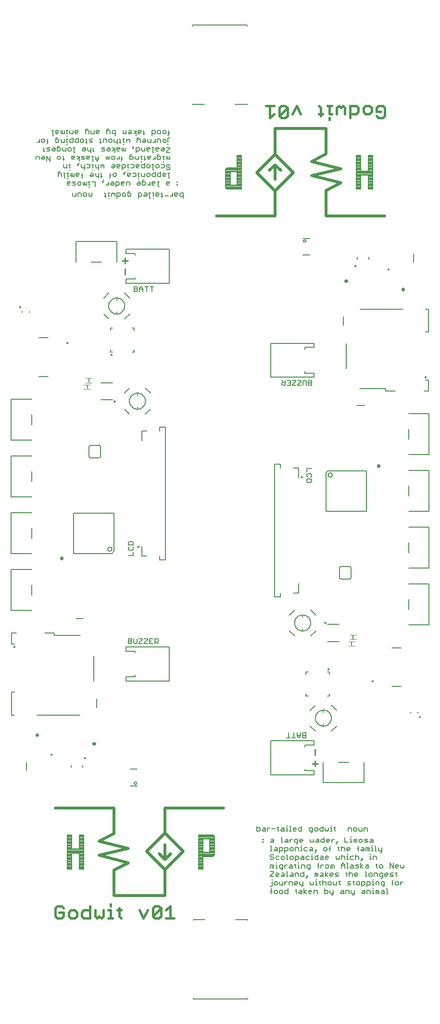
<source format=gto>
G75*
G70*
%OFA0B0*%
%FSLAX24Y24*%
%IPPOS*%
%LPD*%
%AMOC8*
5,1,8,0,0,1.08239X$1,22.5*
%
%ADD10C,0.0150*%
%ADD11C,0.0080*%
%ADD12C,0.0060*%
%ADD13C,0.0100*%
%ADD14C,0.0050*%
%ADD15C,0.0040*%
%ADD16R,0.0050X0.0305*%
%ADD17C,0.0220*%
%ADD18C,0.0200*%
D10*
X007361Y005869D02*
X007503Y005727D01*
X007786Y005727D01*
X007928Y005869D01*
X007928Y006152D01*
X007644Y006152D01*
X007361Y006436D02*
X007361Y005869D01*
X007361Y006436D02*
X007503Y006578D01*
X007786Y006578D01*
X007928Y006436D01*
X008282Y006152D02*
X008282Y005869D01*
X008423Y005727D01*
X008707Y005727D01*
X008849Y005869D01*
X008849Y006152D01*
X008707Y006294D01*
X008423Y006294D01*
X008282Y006152D01*
X009202Y006152D02*
X009202Y005869D01*
X009344Y005727D01*
X009770Y005727D01*
X009770Y006578D01*
X009770Y006294D02*
X009344Y006294D01*
X009202Y006152D01*
X010123Y006294D02*
X010123Y005869D01*
X010265Y005727D01*
X010407Y005869D01*
X010549Y005727D01*
X010690Y005869D01*
X010690Y006294D01*
X011044Y006294D02*
X011186Y006294D01*
X011186Y005727D01*
X011044Y005727D02*
X011328Y005727D01*
X011800Y005869D02*
X011800Y006436D01*
X011658Y006294D02*
X011941Y006294D01*
X011800Y005869D02*
X011941Y005727D01*
X011186Y006578D02*
X011186Y006719D01*
X013193Y006294D02*
X013476Y005727D01*
X013760Y006294D01*
X014113Y006436D02*
X014113Y005869D01*
X014680Y006436D01*
X014680Y005869D01*
X014539Y005727D01*
X014255Y005727D01*
X014113Y005869D01*
X014113Y006436D02*
X014255Y006578D01*
X014539Y006578D01*
X014680Y006436D01*
X015034Y006294D02*
X015318Y006578D01*
X015318Y005727D01*
X015601Y005727D02*
X015034Y005727D01*
X022242Y061202D02*
X022242Y062053D01*
X021959Y062053D02*
X022526Y062053D01*
X022879Y061911D02*
X022879Y061344D01*
X023447Y061911D01*
X023305Y062053D01*
X023021Y062053D01*
X022879Y061911D01*
X022526Y061486D02*
X022242Y061202D01*
X022879Y061344D02*
X023021Y061202D01*
X023305Y061202D01*
X023447Y061344D01*
X023447Y061911D01*
X023800Y061486D02*
X024084Y062053D01*
X024367Y061486D01*
X025618Y061486D02*
X025902Y061486D01*
X025760Y061344D02*
X025760Y061911D01*
X025618Y062053D01*
X026232Y062053D02*
X026516Y062053D01*
X026374Y062053D02*
X026374Y061486D01*
X026516Y061486D01*
X026374Y061202D02*
X026374Y061061D01*
X026870Y061486D02*
X026870Y061911D01*
X027011Y062053D01*
X027153Y061911D01*
X027295Y062053D01*
X027437Y061911D01*
X027437Y061486D01*
X027790Y061486D02*
X028216Y061486D01*
X028357Y061628D01*
X028357Y061911D01*
X028216Y062053D01*
X027790Y062053D01*
X027790Y061202D01*
X028711Y061628D02*
X028853Y061486D01*
X029136Y061486D01*
X029278Y061628D01*
X029278Y061911D01*
X029136Y062053D01*
X028853Y062053D01*
X028711Y061911D01*
X028711Y061628D01*
X029632Y061628D02*
X029915Y061628D01*
X029632Y061628D02*
X029632Y061911D01*
X029774Y062053D01*
X030057Y062053D01*
X030199Y061911D01*
X030199Y061344D01*
X030057Y061202D01*
X029774Y061202D01*
X029632Y061344D01*
D11*
X029369Y058624D02*
X029054Y058624D01*
X029054Y057522D01*
X028542Y057522D01*
X028542Y058624D01*
X028227Y058624D01*
X028227Y056262D01*
X028542Y056262D01*
X028542Y057246D01*
X029054Y057246D01*
X029054Y056262D01*
X029369Y056262D01*
X029369Y058624D01*
X029369Y058623D02*
X029054Y058623D01*
X029054Y058544D02*
X029369Y058544D01*
X029369Y058466D02*
X029054Y058466D01*
X029054Y058387D02*
X029369Y058387D01*
X029369Y058309D02*
X029054Y058309D01*
X029054Y058230D02*
X029369Y058230D01*
X029369Y058152D02*
X029054Y058152D01*
X029054Y058073D02*
X029369Y058073D01*
X029369Y057995D02*
X029054Y057995D01*
X029054Y057916D02*
X029369Y057916D01*
X029369Y057838D02*
X029054Y057838D01*
X029054Y057759D02*
X029369Y057759D01*
X029369Y057681D02*
X029054Y057681D01*
X029054Y057602D02*
X029369Y057602D01*
X029369Y057524D02*
X029054Y057524D01*
X029054Y057210D02*
X029369Y057210D01*
X029369Y057288D02*
X028227Y057288D01*
X028227Y057210D02*
X028542Y057210D01*
X028542Y057131D02*
X028227Y057131D01*
X028227Y057053D02*
X028542Y057053D01*
X028542Y056974D02*
X028227Y056974D01*
X028227Y056896D02*
X028542Y056896D01*
X028542Y056817D02*
X028227Y056817D01*
X028227Y056739D02*
X028542Y056739D01*
X028542Y056660D02*
X028227Y056660D01*
X028227Y056582D02*
X028542Y056582D01*
X028542Y056503D02*
X028227Y056503D01*
X028227Y056425D02*
X028542Y056425D01*
X028542Y056346D02*
X028227Y056346D01*
X028227Y056268D02*
X028542Y056268D01*
X028227Y057367D02*
X029369Y057367D01*
X029369Y057445D02*
X028227Y057445D01*
X028227Y057524D02*
X028542Y057524D01*
X028542Y057602D02*
X028227Y057602D01*
X028227Y057681D02*
X028542Y057681D01*
X028542Y057759D02*
X028227Y057759D01*
X028227Y057838D02*
X028542Y057838D01*
X028542Y057916D02*
X028227Y057916D01*
X028227Y057995D02*
X028542Y057995D01*
X028542Y058073D02*
X028227Y058073D01*
X028227Y058152D02*
X028542Y058152D01*
X028542Y058230D02*
X028227Y058230D01*
X028227Y058309D02*
X028542Y058309D01*
X028542Y058387D02*
X028227Y058387D01*
X028227Y058466D02*
X028542Y058466D01*
X028542Y058544D02*
X028227Y058544D01*
X028227Y058623D02*
X028542Y058623D01*
X029054Y057131D02*
X029369Y057131D01*
X029369Y057053D02*
X029054Y057053D01*
X029054Y056974D02*
X029369Y056974D01*
X029369Y056896D02*
X029054Y056896D01*
X029054Y056817D02*
X029369Y056817D01*
X029369Y056739D02*
X029054Y056739D01*
X029054Y056660D02*
X029369Y056660D01*
X029369Y056582D02*
X029054Y056582D01*
X029054Y056503D02*
X029369Y056503D01*
X029369Y056425D02*
X029054Y056425D01*
X029054Y056346D02*
X029369Y056346D01*
X029369Y056268D02*
X029054Y056268D01*
X029093Y051577D02*
X029093Y051420D01*
X028306Y051420D02*
X028306Y051577D01*
X028109Y050947D02*
X028111Y050959D01*
X028116Y050970D01*
X028125Y050979D01*
X028136Y050984D01*
X028148Y050986D01*
X028160Y050984D01*
X028171Y050979D01*
X028180Y050970D01*
X028185Y050959D01*
X028187Y050947D01*
X028185Y050935D01*
X028180Y050924D01*
X028171Y050915D01*
X028160Y050910D01*
X028148Y050908D01*
X028136Y050910D01*
X028125Y050915D01*
X028116Y050924D01*
X028111Y050935D01*
X028109Y050947D01*
X028502Y047955D02*
X031455Y047955D01*
X033030Y047955D02*
X033227Y047955D01*
X033227Y046380D01*
X033030Y046380D01*
X032991Y043231D02*
X032993Y043243D01*
X032998Y043254D01*
X033007Y043263D01*
X033018Y043268D01*
X033030Y043270D01*
X033042Y043268D01*
X033053Y043263D01*
X033062Y043254D01*
X033067Y043243D01*
X033069Y043231D01*
X033067Y043219D01*
X033062Y043208D01*
X033053Y043199D01*
X033042Y043194D01*
X033030Y043192D01*
X033018Y043194D01*
X033007Y043199D01*
X032998Y043208D01*
X032993Y043219D01*
X032991Y043231D01*
X033030Y043034D02*
X033227Y043034D01*
X033227Y042286D01*
X032912Y042286D01*
X033266Y040711D02*
X031849Y040711D01*
X031849Y039648D02*
X031849Y038939D01*
X031849Y037876D02*
X033266Y037876D01*
X033266Y040711D01*
X030943Y042286D02*
X030274Y042286D01*
X030274Y042443D01*
X028463Y042443D01*
X028266Y041262D02*
X028778Y041262D01*
X027518Y043860D02*
X027518Y045593D01*
X027321Y046853D02*
X027321Y047443D01*
X024998Y051715D02*
X024526Y051715D01*
X024565Y052679D02*
X024567Y052697D01*
X024573Y052713D01*
X024582Y052728D01*
X024595Y052741D01*
X024610Y052750D01*
X024626Y052756D01*
X024644Y052758D01*
X024662Y052756D01*
X024678Y052750D01*
X024693Y052741D01*
X024706Y052728D01*
X024715Y052713D01*
X024721Y052697D01*
X024723Y052679D01*
X024721Y052661D01*
X024715Y052645D01*
X024706Y052630D01*
X024693Y052617D01*
X024678Y052608D01*
X024662Y052602D01*
X024644Y052600D01*
X024626Y052602D01*
X024610Y052608D01*
X024595Y052617D01*
X024582Y052630D01*
X024573Y052645D01*
X024567Y052661D01*
X024565Y052679D01*
X024526Y052857D02*
X024998Y052857D01*
X020274Y056262D02*
X020274Y058624D01*
X019959Y058624D01*
X019959Y056538D01*
X019487Y056538D01*
X019487Y057483D01*
X019959Y057483D01*
X019959Y057758D01*
X019329Y057758D01*
X019294Y057754D01*
X019261Y057743D01*
X019231Y057724D01*
X019206Y057699D01*
X019187Y057669D01*
X019176Y057636D01*
X019172Y057601D01*
X019172Y056420D01*
X019176Y056384D01*
X019187Y056351D01*
X019206Y056321D01*
X019231Y056296D01*
X019261Y056278D01*
X019294Y056266D01*
X019329Y056262D01*
X020274Y056262D01*
X020274Y056268D02*
X019289Y056268D01*
X019190Y056346D02*
X020274Y056346D01*
X020274Y056425D02*
X019172Y056425D01*
X019172Y056503D02*
X020274Y056503D01*
X020274Y056582D02*
X019959Y056582D01*
X019959Y056660D02*
X020274Y056660D01*
X020274Y056739D02*
X019959Y056739D01*
X019959Y056817D02*
X020274Y056817D01*
X020274Y056896D02*
X019959Y056896D01*
X019959Y056974D02*
X020274Y056974D01*
X020274Y057053D02*
X019959Y057053D01*
X019959Y057131D02*
X020274Y057131D01*
X020274Y057210D02*
X019959Y057210D01*
X019959Y057288D02*
X020274Y057288D01*
X020274Y057367D02*
X019959Y057367D01*
X019959Y057445D02*
X020274Y057445D01*
X020274Y057524D02*
X019959Y057524D01*
X019172Y057524D01*
X019172Y057602D02*
X019959Y057602D01*
X020274Y057602D01*
X020274Y057681D02*
X019959Y057681D01*
X019195Y057681D01*
X019172Y057445D02*
X019487Y057445D01*
X019487Y057367D02*
X019172Y057367D01*
X019172Y057288D02*
X019487Y057288D01*
X019487Y057210D02*
X019172Y057210D01*
X019172Y057131D02*
X019487Y057131D01*
X019487Y057053D02*
X019172Y057053D01*
X019172Y056974D02*
X019487Y056974D01*
X019487Y056896D02*
X019172Y056896D01*
X019172Y056817D02*
X019487Y056817D01*
X019487Y056739D02*
X019172Y056739D01*
X019172Y056660D02*
X019487Y056660D01*
X019487Y056582D02*
X019172Y056582D01*
X019959Y057759D02*
X020274Y057759D01*
X020274Y057838D02*
X019959Y057838D01*
X019959Y057916D02*
X020274Y057916D01*
X020274Y057995D02*
X019959Y057995D01*
X019959Y058073D02*
X020274Y058073D01*
X020274Y058152D02*
X019959Y058152D01*
X019959Y058230D02*
X020274Y058230D01*
X020274Y058309D02*
X019959Y058309D01*
X019959Y058387D02*
X020274Y058387D01*
X020274Y058466D02*
X019959Y058466D01*
X019959Y058544D02*
X020274Y058544D01*
X020274Y058623D02*
X019959Y058623D01*
X019821Y062128D02*
X020648Y062128D01*
X020648Y062168D01*
X017695Y062128D02*
X016869Y062128D01*
X016869Y062168D01*
X016869Y067561D02*
X016869Y067640D01*
X020648Y067640D01*
X020648Y067561D01*
X011636Y052640D02*
X011636Y051223D01*
X010573Y051223D02*
X009865Y051223D01*
X008802Y051223D02*
X008802Y052640D01*
X011636Y052640D01*
X012168Y049077D02*
X012522Y048723D01*
X012522Y047620D02*
X012168Y047266D01*
X012680Y046636D02*
X012837Y046636D01*
X012837Y046479D01*
X012837Y045140D02*
X012837Y044983D01*
X012680Y044983D01*
X011341Y044983D02*
X011184Y044983D01*
X011184Y045140D01*
X011223Y044786D02*
X011225Y044798D01*
X011230Y044809D01*
X011239Y044818D01*
X011250Y044823D01*
X011262Y044825D01*
X011274Y044823D01*
X011285Y044818D01*
X011294Y044809D01*
X011299Y044798D01*
X011301Y044786D01*
X011299Y044774D01*
X011294Y044763D01*
X011285Y044754D01*
X011274Y044749D01*
X011262Y044747D01*
X011250Y044749D01*
X011239Y044754D01*
X011230Y044763D01*
X011225Y044774D01*
X011223Y044786D01*
X011184Y046479D02*
X011184Y046636D01*
X011341Y046636D01*
X011065Y047266D02*
X010711Y047620D01*
X010711Y048723D02*
X011065Y049077D01*
X011617Y048723D02*
X011617Y048565D01*
X011060Y048171D02*
X011062Y048218D01*
X011068Y048264D01*
X011077Y048310D01*
X011091Y048354D01*
X011108Y048398D01*
X011129Y048439D01*
X011153Y048479D01*
X011180Y048517D01*
X011211Y048552D01*
X011244Y048585D01*
X011280Y048615D01*
X011319Y048641D01*
X011359Y048665D01*
X011401Y048684D01*
X011445Y048701D01*
X011490Y048713D01*
X011536Y048722D01*
X011582Y048727D01*
X011629Y048728D01*
X011675Y048725D01*
X011721Y048718D01*
X011767Y048707D01*
X011811Y048693D01*
X011854Y048675D01*
X011895Y048653D01*
X011935Y048628D01*
X011972Y048600D01*
X012007Y048569D01*
X012039Y048535D01*
X012068Y048498D01*
X012093Y048460D01*
X012116Y048419D01*
X012135Y048376D01*
X012150Y048332D01*
X012162Y048287D01*
X012170Y048241D01*
X012174Y048194D01*
X012174Y048148D01*
X012170Y048101D01*
X012162Y048055D01*
X012150Y048010D01*
X012135Y047966D01*
X012116Y047923D01*
X012093Y047882D01*
X012068Y047844D01*
X012039Y047807D01*
X012007Y047773D01*
X011972Y047742D01*
X011935Y047714D01*
X011896Y047689D01*
X011854Y047667D01*
X011811Y047649D01*
X011767Y047635D01*
X011721Y047624D01*
X011675Y047617D01*
X011629Y047614D01*
X011582Y047615D01*
X011536Y047620D01*
X011490Y047629D01*
X011445Y047641D01*
X011401Y047658D01*
X011359Y047677D01*
X011319Y047701D01*
X011280Y047727D01*
X011244Y047757D01*
X011211Y047790D01*
X011180Y047825D01*
X011153Y047863D01*
X011129Y047903D01*
X011108Y047944D01*
X011091Y047988D01*
X011077Y048032D01*
X011068Y048078D01*
X011062Y048124D01*
X011060Y048171D01*
X011617Y047778D02*
X011617Y047620D01*
X011321Y042857D02*
X010534Y042857D01*
X010534Y041675D02*
X011321Y041675D01*
X011440Y041557D02*
X011442Y041569D01*
X011447Y041580D01*
X011456Y041589D01*
X011467Y041594D01*
X011479Y041596D01*
X011491Y041594D01*
X011502Y041589D01*
X011511Y041580D01*
X011516Y041569D01*
X011518Y041557D01*
X011516Y041545D01*
X011511Y041534D01*
X011502Y041525D01*
X011491Y041520D01*
X011479Y041518D01*
X011467Y041520D01*
X011456Y041525D01*
X011447Y041534D01*
X011442Y041545D01*
X011440Y041557D01*
X012148Y041026D02*
X012502Y040671D01*
X013054Y041026D02*
X013054Y041183D01*
X012497Y041577D02*
X012499Y041624D01*
X012505Y041670D01*
X012514Y041716D01*
X012528Y041760D01*
X012545Y041804D01*
X012566Y041845D01*
X012590Y041885D01*
X012617Y041923D01*
X012648Y041958D01*
X012681Y041991D01*
X012717Y042021D01*
X012756Y042047D01*
X012796Y042071D01*
X012838Y042090D01*
X012882Y042107D01*
X012927Y042119D01*
X012973Y042128D01*
X013019Y042133D01*
X013066Y042134D01*
X013112Y042131D01*
X013158Y042124D01*
X013204Y042113D01*
X013248Y042099D01*
X013291Y042081D01*
X013332Y042059D01*
X013372Y042034D01*
X013409Y042006D01*
X013444Y041975D01*
X013476Y041941D01*
X013505Y041904D01*
X013530Y041866D01*
X013553Y041825D01*
X013572Y041782D01*
X013587Y041738D01*
X013599Y041693D01*
X013607Y041647D01*
X013611Y041600D01*
X013611Y041554D01*
X013607Y041507D01*
X013599Y041461D01*
X013587Y041416D01*
X013572Y041372D01*
X013553Y041329D01*
X013530Y041288D01*
X013505Y041250D01*
X013476Y041213D01*
X013444Y041179D01*
X013409Y041148D01*
X013372Y041120D01*
X013333Y041095D01*
X013291Y041073D01*
X013248Y041055D01*
X013204Y041041D01*
X013158Y041030D01*
X013112Y041023D01*
X013066Y041020D01*
X013019Y041021D01*
X012973Y041026D01*
X012927Y041035D01*
X012882Y041047D01*
X012838Y041064D01*
X012796Y041083D01*
X012756Y041107D01*
X012717Y041133D01*
X012681Y041163D01*
X012648Y041196D01*
X012617Y041231D01*
X012590Y041269D01*
X012566Y041309D01*
X012545Y041350D01*
X012528Y041394D01*
X012514Y041438D01*
X012505Y041484D01*
X012499Y041530D01*
X012497Y041577D01*
X012148Y042128D02*
X012502Y042483D01*
X013054Y042128D02*
X013054Y041971D01*
X013605Y042483D02*
X013959Y042128D01*
X013959Y041026D02*
X013605Y040671D01*
X013703Y039510D02*
X013349Y039510D01*
X013349Y038841D01*
X014609Y039510D02*
X014609Y039786D01*
X015002Y039786D01*
X015002Y030573D01*
X014609Y030573D01*
X014609Y030849D01*
X013703Y030849D02*
X013349Y030849D01*
X013349Y031518D01*
X013074Y031479D02*
X013076Y031491D01*
X013081Y031502D01*
X013090Y031511D01*
X013101Y031516D01*
X013113Y031518D01*
X013125Y031516D01*
X013136Y031511D01*
X013145Y031502D01*
X013150Y031491D01*
X013152Y031479D01*
X013150Y031467D01*
X013145Y031456D01*
X013136Y031447D01*
X013125Y031442D01*
X013113Y031440D01*
X013101Y031442D01*
X013090Y031447D01*
X013081Y031456D01*
X013076Y031467D01*
X013074Y031479D01*
X009294Y026518D02*
X008782Y026518D01*
X009097Y025337D02*
X007286Y025337D01*
X007286Y025494D01*
X006617Y025494D01*
X005711Y027069D02*
X004294Y027069D01*
X004294Y029904D01*
X005711Y029904D01*
X005711Y031006D02*
X004294Y031006D01*
X004294Y033841D01*
X005711Y033841D01*
X005711Y032778D02*
X005711Y032069D01*
X005711Y034943D02*
X004294Y034943D01*
X004294Y037778D01*
X005711Y037778D01*
X005711Y036715D02*
X005711Y036006D01*
X005711Y038880D02*
X004294Y038880D01*
X004294Y041715D01*
X005711Y041715D01*
X005711Y040652D02*
X005711Y039943D01*
X006223Y043290D02*
X006853Y043290D01*
X006853Y045967D02*
X006223Y045967D01*
X005563Y047740D02*
X005563Y047815D01*
X005071Y047815D02*
X005071Y047740D01*
X004885Y048093D02*
X004887Y048105D01*
X004892Y048116D01*
X004901Y048125D01*
X004912Y048130D01*
X004924Y048132D01*
X004936Y048130D01*
X004947Y048125D01*
X004956Y048116D01*
X004961Y048105D01*
X004963Y048093D01*
X004961Y048081D01*
X004956Y048070D01*
X004947Y048061D01*
X004936Y048056D01*
X004924Y048054D01*
X004912Y048056D01*
X004901Y048061D01*
X004892Y048070D01*
X004887Y048081D01*
X004885Y048093D01*
X008152Y045612D02*
X008154Y045624D01*
X008159Y045635D01*
X008168Y045644D01*
X008179Y045649D01*
X008191Y045651D01*
X008203Y045649D01*
X008214Y045644D01*
X008223Y045635D01*
X008228Y045624D01*
X008230Y045612D01*
X008228Y045600D01*
X008223Y045589D01*
X008214Y045580D01*
X008203Y045575D01*
X008191Y045573D01*
X008179Y045575D01*
X008168Y045580D01*
X008159Y045589D01*
X008154Y045600D01*
X008152Y045612D01*
X005711Y028841D02*
X005711Y028132D01*
X004648Y025494D02*
X004333Y025494D01*
X004333Y024746D01*
X004530Y024746D01*
X004491Y024549D02*
X004493Y024561D01*
X004498Y024572D01*
X004507Y024581D01*
X004518Y024586D01*
X004530Y024588D01*
X004542Y024586D01*
X004553Y024581D01*
X004562Y024572D01*
X004567Y024561D01*
X004569Y024549D01*
X004567Y024537D01*
X004562Y024526D01*
X004553Y024517D01*
X004542Y024512D01*
X004530Y024510D01*
X004518Y024512D01*
X004507Y024517D01*
X004498Y024526D01*
X004493Y024537D01*
X004491Y024549D01*
X004530Y021400D02*
X004333Y021400D01*
X004333Y019825D01*
X004530Y019825D01*
X006105Y019825D02*
X009058Y019825D01*
X010239Y020337D02*
X010239Y020927D01*
X010042Y022187D02*
X010042Y023920D01*
X007050Y017069D02*
X007052Y017081D01*
X007057Y017092D01*
X007066Y017101D01*
X007077Y017106D01*
X007089Y017108D01*
X007101Y017106D01*
X007112Y017101D01*
X007121Y017092D01*
X007126Y017081D01*
X007128Y017069D01*
X007126Y017057D01*
X007121Y017046D01*
X007112Y017037D01*
X007101Y017032D01*
X007089Y017030D01*
X007077Y017032D01*
X007066Y017037D01*
X007057Y017046D01*
X007052Y017057D01*
X007050Y017069D01*
X008467Y016360D02*
X008467Y016203D01*
X009254Y016203D02*
X009254Y016360D01*
X009373Y016833D02*
X009375Y016845D01*
X009380Y016856D01*
X009389Y016865D01*
X009400Y016870D01*
X009412Y016872D01*
X009424Y016870D01*
X009435Y016865D01*
X009444Y016856D01*
X009449Y016845D01*
X009451Y016833D01*
X009449Y016821D01*
X009444Y016810D01*
X009435Y016801D01*
X009424Y016796D01*
X009412Y016794D01*
X009400Y016796D01*
X009389Y016801D01*
X009380Y016810D01*
X009375Y016821D01*
X009373Y016833D01*
X009333Y011518D02*
X009333Y009156D01*
X009018Y009156D01*
X009018Y010258D01*
X008506Y010258D01*
X008506Y009156D01*
X008191Y009156D01*
X008191Y011518D01*
X008506Y011518D01*
X008506Y010534D01*
X009018Y010534D01*
X009018Y011518D01*
X009333Y011518D01*
X009333Y011444D02*
X009018Y011444D01*
X009018Y011366D02*
X009333Y011366D01*
X009333Y011287D02*
X009018Y011287D01*
X009018Y011209D02*
X009333Y011209D01*
X009333Y011130D02*
X009018Y011130D01*
X009018Y011052D02*
X009333Y011052D01*
X009333Y010973D02*
X009018Y010973D01*
X009018Y010895D02*
X009333Y010895D01*
X009333Y010816D02*
X009018Y010816D01*
X009018Y010738D02*
X009333Y010738D01*
X009333Y010659D02*
X009018Y010659D01*
X009018Y010581D02*
X009333Y010581D01*
X009333Y010502D02*
X008191Y010502D01*
X008191Y010424D02*
X009333Y010424D01*
X009333Y010345D02*
X008191Y010345D01*
X008191Y010267D02*
X009333Y010267D01*
X009333Y010188D02*
X009018Y010188D01*
X009018Y010110D02*
X009333Y010110D01*
X009333Y010031D02*
X009018Y010031D01*
X009018Y009953D02*
X009333Y009953D01*
X009333Y009874D02*
X009018Y009874D01*
X009018Y009796D02*
X009333Y009796D01*
X009333Y009717D02*
X009018Y009717D01*
X009018Y009639D02*
X009333Y009639D01*
X009333Y009560D02*
X009018Y009560D01*
X009018Y009482D02*
X009333Y009482D01*
X009333Y009403D02*
X009018Y009403D01*
X009018Y009325D02*
X009333Y009325D01*
X009333Y009246D02*
X009018Y009246D01*
X009018Y009168D02*
X009333Y009168D01*
X008506Y009168D02*
X008191Y009168D01*
X008191Y009246D02*
X008506Y009246D01*
X008506Y009325D02*
X008191Y009325D01*
X008191Y009403D02*
X008506Y009403D01*
X008506Y009482D02*
X008191Y009482D01*
X008191Y009560D02*
X008506Y009560D01*
X008506Y009639D02*
X008191Y009639D01*
X008191Y009717D02*
X008506Y009717D01*
X008506Y009796D02*
X008191Y009796D01*
X008191Y009874D02*
X008506Y009874D01*
X008506Y009953D02*
X008191Y009953D01*
X008191Y010031D02*
X008506Y010031D01*
X008506Y010110D02*
X008191Y010110D01*
X008191Y010188D02*
X008506Y010188D01*
X008506Y010581D02*
X008191Y010581D01*
X008191Y010659D02*
X008506Y010659D01*
X008506Y010738D02*
X008191Y010738D01*
X008191Y010816D02*
X008506Y010816D01*
X008506Y010895D02*
X008191Y010895D01*
X008191Y010973D02*
X008506Y010973D01*
X008506Y011052D02*
X008191Y011052D01*
X008191Y011130D02*
X008506Y011130D01*
X008506Y011209D02*
X008191Y011209D01*
X008191Y011287D02*
X008506Y011287D01*
X008506Y011366D02*
X008191Y011366D01*
X008191Y011444D02*
X008506Y011444D01*
X005357Y016006D02*
X005357Y016557D01*
X012561Y016065D02*
X013034Y016065D01*
X012837Y015101D02*
X012839Y015119D01*
X012845Y015135D01*
X012854Y015150D01*
X012867Y015163D01*
X012882Y015172D01*
X012898Y015178D01*
X012916Y015180D01*
X012934Y015178D01*
X012950Y015172D01*
X012965Y015163D01*
X012978Y015150D01*
X012987Y015135D01*
X012993Y015119D01*
X012995Y015101D01*
X012993Y015083D01*
X012987Y015067D01*
X012978Y015052D01*
X012965Y015039D01*
X012950Y015030D01*
X012934Y015024D01*
X012916Y015022D01*
X012898Y015024D01*
X012882Y015030D01*
X012867Y015039D01*
X012854Y015052D01*
X012845Y015067D01*
X012839Y015083D01*
X012837Y015101D01*
X013034Y014923D02*
X012561Y014923D01*
X017286Y011518D02*
X017286Y009156D01*
X017601Y009156D01*
X017601Y011242D01*
X018073Y011242D01*
X018073Y010297D01*
X017601Y010297D01*
X017601Y010022D01*
X018231Y010022D01*
X018266Y010026D01*
X018299Y010037D01*
X018329Y010056D01*
X018354Y010081D01*
X018373Y010111D01*
X018384Y010144D01*
X018388Y010179D01*
X018388Y011360D01*
X018384Y011396D01*
X018373Y011429D01*
X018354Y011459D01*
X018329Y011484D01*
X018299Y011502D01*
X018266Y011514D01*
X018231Y011518D01*
X017286Y011518D01*
X017286Y011444D02*
X018363Y011444D01*
X018388Y011366D02*
X017286Y011366D01*
X017286Y011287D02*
X018388Y011287D01*
X018388Y011209D02*
X018073Y011209D01*
X018073Y011130D02*
X018388Y011130D01*
X018388Y011052D02*
X018073Y011052D01*
X018073Y010973D02*
X018388Y010973D01*
X018388Y010895D02*
X018073Y010895D01*
X018073Y010816D02*
X018388Y010816D01*
X018388Y010738D02*
X018073Y010738D01*
X018073Y010659D02*
X018388Y010659D01*
X018388Y010581D02*
X018073Y010581D01*
X018073Y010502D02*
X018388Y010502D01*
X018388Y010424D02*
X018073Y010424D01*
X018073Y010345D02*
X018388Y010345D01*
X018388Y010267D02*
X017601Y010267D01*
X017286Y010267D01*
X017286Y010345D02*
X017601Y010345D01*
X017601Y010424D02*
X017286Y010424D01*
X017286Y010502D02*
X017601Y010502D01*
X017601Y010581D02*
X017286Y010581D01*
X017286Y010659D02*
X017601Y010659D01*
X017601Y010738D02*
X017286Y010738D01*
X017286Y010816D02*
X017601Y010816D01*
X017601Y010895D02*
X017286Y010895D01*
X017286Y010973D02*
X017601Y010973D01*
X017601Y011052D02*
X017286Y011052D01*
X017286Y011130D02*
X017601Y011130D01*
X017601Y011209D02*
X017286Y011209D01*
X017286Y010188D02*
X017601Y010188D01*
X018388Y010188D01*
X018372Y010110D02*
X017601Y010110D01*
X017286Y010110D01*
X017286Y010031D02*
X017601Y010031D01*
X018281Y010031D01*
X017601Y009953D02*
X017286Y009953D01*
X017286Y009874D02*
X017601Y009874D01*
X017601Y009796D02*
X017286Y009796D01*
X017286Y009717D02*
X017601Y009717D01*
X017601Y009639D02*
X017286Y009639D01*
X017286Y009560D02*
X017601Y009560D01*
X017601Y009482D02*
X017286Y009482D01*
X017286Y009403D02*
X017601Y009403D01*
X017601Y009325D02*
X017286Y009325D01*
X017286Y009246D02*
X017601Y009246D01*
X017601Y009168D02*
X017286Y009168D01*
X016912Y005652D02*
X016912Y005612D01*
X016912Y005652D02*
X017739Y005652D01*
X019865Y005652D02*
X020691Y005652D01*
X020691Y005612D01*
X020691Y000219D02*
X020691Y000140D01*
X016912Y000140D01*
X016912Y000219D01*
X025924Y015140D02*
X025924Y016557D01*
X026987Y016557D02*
X027695Y016557D01*
X028758Y016557D02*
X028758Y015140D01*
X025924Y015140D01*
X025392Y018703D02*
X025038Y019057D01*
X025038Y020160D02*
X025392Y020514D01*
X024880Y021144D02*
X024723Y021144D01*
X024723Y021301D01*
X024723Y022640D02*
X024723Y022797D01*
X024880Y022797D01*
X026219Y022797D02*
X026376Y022797D01*
X026376Y022640D01*
X026259Y022994D02*
X026261Y023006D01*
X026266Y023017D01*
X026275Y023026D01*
X026286Y023031D01*
X026298Y023033D01*
X026310Y023031D01*
X026321Y023026D01*
X026330Y023017D01*
X026335Y023006D01*
X026337Y022994D01*
X026335Y022982D01*
X026330Y022971D01*
X026321Y022962D01*
X026310Y022957D01*
X026298Y022955D01*
X026286Y022957D01*
X026275Y022962D01*
X026266Y022971D01*
X026261Y022982D01*
X026259Y022994D01*
X026376Y021301D02*
X026376Y021144D01*
X026219Y021144D01*
X026495Y020514D02*
X026849Y020160D01*
X026849Y019057D02*
X026495Y018703D01*
X025943Y019057D02*
X025943Y019215D01*
X025386Y019609D02*
X025388Y019656D01*
X025394Y019702D01*
X025403Y019748D01*
X025417Y019792D01*
X025434Y019836D01*
X025455Y019877D01*
X025479Y019917D01*
X025506Y019955D01*
X025537Y019990D01*
X025570Y020023D01*
X025606Y020053D01*
X025645Y020079D01*
X025685Y020103D01*
X025727Y020122D01*
X025771Y020139D01*
X025816Y020151D01*
X025862Y020160D01*
X025908Y020165D01*
X025955Y020166D01*
X026001Y020163D01*
X026047Y020156D01*
X026093Y020145D01*
X026137Y020131D01*
X026180Y020113D01*
X026221Y020091D01*
X026261Y020066D01*
X026298Y020038D01*
X026333Y020007D01*
X026365Y019973D01*
X026394Y019936D01*
X026419Y019898D01*
X026442Y019857D01*
X026461Y019814D01*
X026476Y019770D01*
X026488Y019725D01*
X026496Y019679D01*
X026500Y019632D01*
X026500Y019586D01*
X026496Y019539D01*
X026488Y019493D01*
X026476Y019448D01*
X026461Y019404D01*
X026442Y019361D01*
X026419Y019320D01*
X026394Y019282D01*
X026365Y019245D01*
X026333Y019211D01*
X026298Y019180D01*
X026261Y019152D01*
X026222Y019127D01*
X026180Y019105D01*
X026137Y019087D01*
X026093Y019073D01*
X026047Y019062D01*
X026001Y019055D01*
X025955Y019052D01*
X025908Y019053D01*
X025862Y019058D01*
X025816Y019067D01*
X025771Y019079D01*
X025727Y019096D01*
X025685Y019115D01*
X025645Y019139D01*
X025606Y019165D01*
X025570Y019195D01*
X025537Y019228D01*
X025506Y019263D01*
X025479Y019301D01*
X025455Y019341D01*
X025434Y019382D01*
X025417Y019426D01*
X025403Y019470D01*
X025394Y019516D01*
X025388Y019562D01*
X025386Y019609D01*
X025943Y020002D02*
X025943Y020160D01*
X026239Y024923D02*
X027026Y024923D01*
X027026Y026105D02*
X026239Y026105D01*
X026042Y026223D02*
X026044Y026235D01*
X026049Y026246D01*
X026058Y026255D01*
X026069Y026260D01*
X026081Y026262D01*
X026093Y026260D01*
X026104Y026255D01*
X026113Y026246D01*
X026118Y026235D01*
X026120Y026223D01*
X026118Y026211D01*
X026113Y026200D01*
X026104Y026191D01*
X026093Y026186D01*
X026081Y026184D01*
X026069Y026186D01*
X026058Y026191D01*
X026049Y026200D01*
X026044Y026211D01*
X026042Y026223D01*
X025412Y026754D02*
X025058Y027109D01*
X024506Y026754D02*
X024506Y026597D01*
X023949Y026203D02*
X023951Y026250D01*
X023957Y026296D01*
X023966Y026342D01*
X023980Y026386D01*
X023997Y026430D01*
X024018Y026471D01*
X024042Y026511D01*
X024069Y026549D01*
X024100Y026584D01*
X024133Y026617D01*
X024169Y026647D01*
X024208Y026673D01*
X024248Y026697D01*
X024290Y026716D01*
X024334Y026733D01*
X024379Y026745D01*
X024425Y026754D01*
X024471Y026759D01*
X024518Y026760D01*
X024564Y026757D01*
X024610Y026750D01*
X024656Y026739D01*
X024700Y026725D01*
X024743Y026707D01*
X024784Y026685D01*
X024824Y026660D01*
X024861Y026632D01*
X024896Y026601D01*
X024928Y026567D01*
X024957Y026530D01*
X024982Y026492D01*
X025005Y026451D01*
X025024Y026408D01*
X025039Y026364D01*
X025051Y026319D01*
X025059Y026273D01*
X025063Y026226D01*
X025063Y026180D01*
X025059Y026133D01*
X025051Y026087D01*
X025039Y026042D01*
X025024Y025998D01*
X025005Y025955D01*
X024982Y025914D01*
X024957Y025876D01*
X024928Y025839D01*
X024896Y025805D01*
X024861Y025774D01*
X024824Y025746D01*
X024785Y025721D01*
X024743Y025699D01*
X024700Y025681D01*
X024656Y025667D01*
X024610Y025656D01*
X024564Y025649D01*
X024518Y025646D01*
X024471Y025647D01*
X024425Y025652D01*
X024379Y025661D01*
X024334Y025673D01*
X024290Y025690D01*
X024248Y025709D01*
X024208Y025733D01*
X024169Y025759D01*
X024133Y025789D01*
X024100Y025822D01*
X024069Y025857D01*
X024042Y025895D01*
X024018Y025935D01*
X023997Y025976D01*
X023980Y026020D01*
X023966Y026064D01*
X023957Y026110D01*
X023951Y026156D01*
X023949Y026203D01*
X023601Y026754D02*
X023955Y027109D01*
X023857Y028270D02*
X024211Y028270D01*
X024211Y028939D01*
X022951Y028270D02*
X022951Y027994D01*
X022558Y027994D01*
X022558Y037207D01*
X022951Y037207D01*
X022951Y036931D01*
X023857Y036931D02*
X024211Y036931D01*
X024211Y036262D01*
X024408Y036301D02*
X024410Y036313D01*
X024415Y036324D01*
X024424Y036333D01*
X024435Y036338D01*
X024447Y036340D01*
X024459Y036338D01*
X024470Y036333D01*
X024479Y036324D01*
X024484Y036313D01*
X024486Y036301D01*
X024484Y036289D01*
X024479Y036278D01*
X024470Y036269D01*
X024459Y036264D01*
X024447Y036262D01*
X024435Y036264D01*
X024424Y036269D01*
X024415Y036278D01*
X024410Y036289D01*
X024408Y036301D01*
X024506Y025809D02*
X024506Y025652D01*
X025058Y025297D02*
X025412Y025652D01*
X023955Y025297D02*
X023601Y025652D01*
X029330Y022168D02*
X029332Y022180D01*
X029337Y022191D01*
X029346Y022200D01*
X029357Y022205D01*
X029369Y022207D01*
X029381Y022205D01*
X029392Y022200D01*
X029401Y022191D01*
X029406Y022180D01*
X029408Y022168D01*
X029406Y022156D01*
X029401Y022145D01*
X029392Y022136D01*
X029381Y022131D01*
X029369Y022129D01*
X029357Y022131D01*
X029346Y022136D01*
X029337Y022145D01*
X029332Y022156D01*
X029330Y022168D01*
X030707Y021813D02*
X031337Y021813D01*
X031997Y020040D02*
X031997Y019965D01*
X032489Y019965D02*
X032489Y020040D01*
X032597Y019687D02*
X032599Y019699D01*
X032604Y019710D01*
X032613Y019719D01*
X032624Y019724D01*
X032636Y019726D01*
X032648Y019724D01*
X032659Y019719D01*
X032668Y019710D01*
X032673Y019699D01*
X032675Y019687D01*
X032673Y019675D01*
X032668Y019664D01*
X032659Y019655D01*
X032648Y019650D01*
X032636Y019648D01*
X032624Y019650D01*
X032613Y019655D01*
X032604Y019664D01*
X032599Y019675D01*
X032597Y019687D01*
X031337Y024490D02*
X030707Y024490D01*
X031849Y026065D02*
X033266Y026065D01*
X033266Y028900D01*
X031849Y028900D01*
X031849Y027837D02*
X031849Y027128D01*
X031849Y030002D02*
X033266Y030002D01*
X033266Y032837D01*
X031849Y032837D01*
X031849Y031774D02*
X031849Y031065D01*
X031849Y033939D02*
X033266Y033939D01*
X033266Y036774D01*
X031849Y036774D01*
X031849Y035711D02*
X031849Y035002D01*
X030432Y050711D02*
X030434Y050723D01*
X030439Y050734D01*
X030448Y050743D01*
X030459Y050748D01*
X030471Y050750D01*
X030483Y050748D01*
X030494Y050743D01*
X030503Y050734D01*
X030508Y050723D01*
X030510Y050711D01*
X030508Y050699D01*
X030503Y050688D01*
X030494Y050679D01*
X030483Y050674D01*
X030471Y050672D01*
X030459Y050674D01*
X030448Y050679D01*
X030439Y050688D01*
X030434Y050699D01*
X030432Y050711D01*
X032203Y051223D02*
X032203Y051774D01*
D12*
X025126Y043004D02*
X025126Y042663D01*
X024956Y042663D01*
X024899Y042720D01*
X024899Y042777D01*
X024956Y042834D01*
X025126Y042834D01*
X025126Y043004D02*
X024956Y043004D01*
X024899Y042947D01*
X024899Y042890D01*
X024956Y042834D01*
X024758Y042947D02*
X024758Y042663D01*
X024531Y042663D02*
X024531Y042947D01*
X024587Y043004D01*
X024701Y043004D01*
X024758Y042947D01*
X024389Y042947D02*
X024389Y043004D01*
X024162Y043004D01*
X024021Y043004D02*
X023794Y043004D01*
X023653Y043004D02*
X023653Y042663D01*
X023426Y042663D01*
X023284Y042663D02*
X023284Y043004D01*
X023284Y042890D02*
X023114Y042890D01*
X023058Y042834D01*
X023058Y042720D01*
X023114Y042663D01*
X023284Y042663D01*
X023171Y042890D02*
X023058Y043004D01*
X023426Y043004D02*
X023653Y043004D01*
X023653Y042834D02*
X023539Y042834D01*
X023794Y042720D02*
X023794Y042663D01*
X024021Y042663D01*
X024162Y042663D02*
X024162Y042720D01*
X024389Y042947D01*
X024389Y042663D02*
X024162Y042663D01*
X024021Y042947D02*
X024021Y043004D01*
X024021Y042947D02*
X023794Y042720D01*
X024792Y036901D02*
X024792Y036674D01*
X024849Y036533D02*
X024792Y036476D01*
X024792Y036363D01*
X024849Y036306D01*
X024792Y036165D02*
X024792Y035995D01*
X024849Y035938D01*
X025076Y035938D01*
X025133Y035995D01*
X025133Y036165D01*
X024792Y036165D01*
X025076Y036306D02*
X025133Y036363D01*
X025133Y036476D01*
X025076Y036533D01*
X024849Y036533D01*
X024792Y036901D02*
X025133Y036901D01*
X026118Y036607D02*
X026268Y036757D01*
X028918Y036757D01*
X028918Y033957D01*
X026118Y033957D01*
X026118Y036607D01*
X026277Y036457D02*
X026279Y036480D01*
X026285Y036503D01*
X026294Y036524D01*
X026307Y036544D01*
X026323Y036561D01*
X026341Y036575D01*
X026361Y036586D01*
X026383Y036594D01*
X026406Y036598D01*
X026430Y036598D01*
X026453Y036594D01*
X026475Y036586D01*
X026495Y036575D01*
X026513Y036561D01*
X026529Y036544D01*
X026542Y036524D01*
X026551Y036503D01*
X026557Y036480D01*
X026559Y036457D01*
X026557Y036434D01*
X026551Y036411D01*
X026542Y036390D01*
X026529Y036370D01*
X026513Y036353D01*
X026495Y036339D01*
X026475Y036328D01*
X026453Y036320D01*
X026430Y036316D01*
X026406Y036316D01*
X026383Y036320D01*
X026361Y036328D01*
X026341Y036339D01*
X026323Y036353D01*
X026307Y036370D01*
X026294Y036390D01*
X026285Y036411D01*
X026279Y036434D01*
X026277Y036457D01*
X027164Y030120D02*
X027754Y030120D01*
X027755Y030121D02*
X027774Y030117D01*
X027791Y030111D01*
X027808Y030101D01*
X027822Y030089D01*
X027834Y030074D01*
X027844Y030058D01*
X027850Y030040D01*
X027854Y030021D01*
X027854Y030002D01*
X027853Y030002D02*
X027853Y029372D01*
X027854Y029372D02*
X027854Y029353D01*
X027850Y029334D01*
X027844Y029316D01*
X027835Y029300D01*
X027822Y029285D01*
X027808Y029273D01*
X027791Y029263D01*
X027773Y029257D01*
X027755Y029253D01*
X027754Y029254D02*
X027164Y029254D01*
X027164Y029253D02*
X027145Y029257D01*
X027128Y029263D01*
X027111Y029273D01*
X027097Y029285D01*
X027085Y029300D01*
X027075Y029316D01*
X027069Y029334D01*
X027065Y029353D01*
X027065Y029372D01*
X027065Y030002D01*
X027065Y030021D01*
X027069Y030040D01*
X027075Y030058D01*
X027085Y030074D01*
X027097Y030089D01*
X027111Y030101D01*
X027128Y030111D01*
X027145Y030117D01*
X027164Y030121D01*
X024732Y018594D02*
X024562Y018594D01*
X024505Y018538D01*
X024505Y018481D01*
X024562Y018424D01*
X024732Y018424D01*
X024562Y018424D02*
X024505Y018367D01*
X024505Y018311D01*
X024562Y018254D01*
X024732Y018254D01*
X024732Y018594D01*
X024364Y018594D02*
X024364Y018367D01*
X024251Y018254D01*
X024137Y018367D01*
X024137Y018594D01*
X024137Y018424D02*
X024364Y018424D01*
X023996Y018254D02*
X023769Y018254D01*
X023882Y018254D02*
X023882Y018594D01*
X023514Y018594D02*
X023514Y018254D01*
X023627Y018254D02*
X023400Y018254D01*
X023414Y012181D02*
X023414Y012124D01*
X023414Y012011D02*
X023414Y011784D01*
X023357Y011784D02*
X023471Y011784D01*
X023603Y011784D02*
X023716Y011784D01*
X023660Y011784D02*
X023660Y012124D01*
X023603Y012124D01*
X023414Y012011D02*
X023357Y012011D01*
X023216Y011954D02*
X023216Y011784D01*
X023046Y011784D01*
X022989Y011841D01*
X023046Y011898D01*
X023216Y011898D01*
X023216Y011954D02*
X023159Y012011D01*
X023046Y012011D01*
X022857Y012011D02*
X022743Y012011D01*
X022800Y012068D02*
X022800Y011841D01*
X022857Y011784D01*
X022602Y011954D02*
X022375Y011954D01*
X022238Y012011D02*
X022182Y012011D01*
X022068Y011898D01*
X022068Y012011D02*
X022068Y011784D01*
X021927Y011784D02*
X021757Y011784D01*
X021700Y011841D01*
X021757Y011898D01*
X021927Y011898D01*
X021927Y011954D02*
X021927Y011784D01*
X021927Y011954D02*
X021870Y012011D01*
X021757Y012011D01*
X021558Y011954D02*
X021502Y012011D01*
X021332Y012011D01*
X021332Y012124D02*
X021332Y011784D01*
X021502Y011784D01*
X021558Y011841D01*
X021558Y011954D01*
X021725Y011224D02*
X021725Y011167D01*
X021782Y011167D01*
X021782Y011224D01*
X021725Y011224D01*
X021725Y011053D02*
X021725Y010997D01*
X021782Y010997D01*
X021782Y011053D01*
X021725Y011053D01*
X022278Y011053D02*
X022335Y011110D01*
X022505Y011110D01*
X022505Y011167D02*
X022505Y010997D01*
X022335Y010997D01*
X022278Y011053D01*
X022335Y011224D02*
X022448Y011224D01*
X022505Y011167D01*
X022333Y010747D02*
X022333Y010406D01*
X022277Y010406D02*
X022390Y010406D01*
X022522Y010463D02*
X022579Y010520D01*
X022749Y010520D01*
X022749Y010576D02*
X022749Y010406D01*
X022579Y010406D01*
X022522Y010463D01*
X022579Y010633D02*
X022692Y010633D01*
X022749Y010576D01*
X022890Y010633D02*
X023061Y010633D01*
X023117Y010576D01*
X023117Y010463D01*
X023061Y010406D01*
X022890Y010406D01*
X022890Y010293D02*
X022890Y010633D01*
X023259Y010633D02*
X023429Y010633D01*
X023486Y010576D01*
X023486Y010463D01*
X023429Y010406D01*
X023259Y010406D01*
X023259Y010293D02*
X023259Y010633D01*
X023317Y010997D02*
X023260Y011053D01*
X023317Y011110D01*
X023487Y011110D01*
X023487Y011167D02*
X023487Y010997D01*
X023317Y010997D01*
X023128Y010997D02*
X023014Y010997D01*
X023071Y010997D02*
X023071Y011337D01*
X023014Y011337D01*
X023317Y011224D02*
X023430Y011224D01*
X023487Y011167D01*
X023628Y011224D02*
X023628Y010997D01*
X023628Y011110D02*
X023742Y011224D01*
X023798Y011224D01*
X023935Y011167D02*
X023935Y011053D01*
X023992Y010997D01*
X024162Y010997D01*
X024162Y010940D02*
X024162Y011224D01*
X023992Y011224D01*
X023935Y011167D01*
X024049Y010883D02*
X024105Y010883D01*
X024162Y010940D01*
X024304Y011053D02*
X024304Y011167D01*
X024360Y011224D01*
X024474Y011224D01*
X024530Y011167D01*
X024530Y011110D01*
X024304Y011110D01*
X024304Y011053D02*
X024360Y010997D01*
X024474Y010997D01*
X024420Y010803D02*
X024420Y010747D01*
X024420Y010633D02*
X024420Y010406D01*
X024364Y010406D02*
X024477Y010406D01*
X024609Y010463D02*
X024666Y010406D01*
X024836Y010406D01*
X024977Y010463D02*
X025034Y010520D01*
X025204Y010520D01*
X025204Y010576D02*
X025204Y010406D01*
X025034Y010406D01*
X024977Y010463D01*
X025034Y010633D02*
X025148Y010633D01*
X025204Y010576D01*
X025403Y010463D02*
X025403Y010406D01*
X025459Y010406D01*
X025459Y010463D01*
X025403Y010463D01*
X025459Y010406D02*
X025346Y010293D01*
X025157Y010213D02*
X025157Y010156D01*
X025157Y010043D02*
X025157Y009816D01*
X025100Y009816D02*
X025214Y009816D01*
X025346Y009872D02*
X025346Y009986D01*
X025403Y010043D01*
X025573Y010043D01*
X025573Y010156D02*
X025573Y009816D01*
X025403Y009816D01*
X025346Y009872D01*
X025157Y010043D02*
X025100Y010043D01*
X024959Y010043D02*
X024789Y010043D01*
X024732Y009986D01*
X024732Y009872D01*
X024789Y009816D01*
X024959Y009816D01*
X024590Y009816D02*
X024420Y009816D01*
X024364Y009872D01*
X024420Y009929D01*
X024590Y009929D01*
X024590Y009986D02*
X024590Y009816D01*
X024590Y009986D02*
X024534Y010043D01*
X024420Y010043D01*
X024222Y009986D02*
X024222Y009872D01*
X024165Y009816D01*
X023995Y009816D01*
X023995Y009702D02*
X023995Y010043D01*
X024165Y010043D01*
X024222Y009986D01*
X024236Y009622D02*
X024236Y009565D01*
X024236Y009452D02*
X024236Y009225D01*
X024179Y009225D02*
X024293Y009225D01*
X024425Y009225D02*
X024425Y009452D01*
X024595Y009452D01*
X024652Y009395D01*
X024652Y009225D01*
X024793Y009282D02*
X024850Y009225D01*
X025020Y009225D01*
X025020Y009168D02*
X025020Y009452D01*
X024850Y009452D01*
X024793Y009395D01*
X024793Y009282D01*
X024907Y009112D02*
X024963Y009112D01*
X025020Y009168D01*
X025346Y008861D02*
X025346Y008635D01*
X025459Y008635D02*
X025459Y008805D01*
X025516Y008861D01*
X025573Y008805D01*
X025573Y008635D01*
X025714Y008691D02*
X025771Y008748D01*
X025941Y008748D01*
X025941Y008805D02*
X025941Y008635D01*
X025771Y008635D01*
X025714Y008691D01*
X025771Y008861D02*
X025884Y008861D01*
X025941Y008805D01*
X026082Y008748D02*
X026253Y008861D01*
X026389Y008805D02*
X026446Y008861D01*
X026559Y008861D01*
X026616Y008805D01*
X026616Y008748D01*
X026389Y008748D01*
X026389Y008691D02*
X026389Y008805D01*
X026389Y008691D02*
X026446Y008635D01*
X026559Y008635D01*
X026758Y008635D02*
X026928Y008635D01*
X026985Y008691D01*
X026928Y008748D01*
X026814Y008748D01*
X026758Y008805D01*
X026814Y008861D01*
X026985Y008861D01*
X027187Y009225D02*
X027187Y009452D01*
X027301Y009565D01*
X027414Y009452D01*
X027414Y009225D01*
X027556Y009225D02*
X027669Y009225D01*
X027612Y009225D02*
X027612Y009565D01*
X027556Y009565D01*
X027414Y009395D02*
X027187Y009395D01*
X027187Y009816D02*
X027187Y010156D01*
X027244Y010043D02*
X027358Y010043D01*
X027414Y009986D01*
X027414Y009816D01*
X027556Y009816D02*
X027669Y009816D01*
X027612Y009816D02*
X027612Y010043D01*
X027556Y010043D01*
X027612Y010156D02*
X027612Y010213D01*
X027612Y010406D02*
X027556Y010463D01*
X027556Y010576D01*
X027612Y010633D01*
X027726Y010633D01*
X027783Y010576D01*
X027783Y010520D01*
X027556Y010520D01*
X027612Y010406D02*
X027726Y010406D01*
X027414Y010406D02*
X027414Y010576D01*
X027358Y010633D01*
X027244Y010633D01*
X027187Y010576D01*
X027055Y010633D02*
X026942Y010633D01*
X026999Y010690D02*
X026999Y010463D01*
X027055Y010406D01*
X027187Y010406D02*
X027187Y010747D01*
X027434Y010997D02*
X027661Y010997D01*
X027803Y010997D02*
X027916Y010997D01*
X027859Y010997D02*
X027859Y011224D01*
X027803Y011224D01*
X027859Y011337D02*
X027859Y011394D01*
X028048Y011224D02*
X028105Y011224D01*
X028161Y011167D01*
X028218Y011224D01*
X028275Y011167D01*
X028275Y010997D01*
X028161Y010997D02*
X028161Y011167D01*
X028048Y011224D02*
X028048Y010997D01*
X028416Y011053D02*
X028473Y010997D01*
X028587Y010997D01*
X028643Y011053D01*
X028643Y011167D01*
X028587Y011224D01*
X028473Y011224D01*
X028416Y011167D01*
X028416Y011053D01*
X028406Y010747D02*
X028349Y010690D01*
X028349Y010406D01*
X028292Y010576D02*
X028406Y010576D01*
X028538Y010463D02*
X028595Y010520D01*
X028765Y010520D01*
X028765Y010576D02*
X028765Y010406D01*
X028595Y010406D01*
X028538Y010463D01*
X028595Y010633D02*
X028708Y010633D01*
X028765Y010576D01*
X028906Y010633D02*
X028963Y010633D01*
X029020Y010576D01*
X029076Y010633D01*
X029133Y010576D01*
X029133Y010406D01*
X029020Y010406D02*
X029020Y010576D01*
X028906Y010633D02*
X028906Y010406D01*
X029208Y010213D02*
X029208Y010156D01*
X029208Y010043D02*
X029208Y009816D01*
X029152Y009816D02*
X029265Y009816D01*
X029397Y009816D02*
X029397Y010043D01*
X029567Y010043D01*
X029624Y009986D01*
X029624Y009816D01*
X029638Y009509D02*
X029638Y009282D01*
X029695Y009225D01*
X029827Y009282D02*
X029884Y009225D01*
X029997Y009225D01*
X030054Y009282D01*
X030054Y009395D01*
X029997Y009452D01*
X029884Y009452D01*
X029827Y009395D01*
X029827Y009282D01*
X029695Y009452D02*
X029581Y009452D01*
X029072Y009395D02*
X029072Y009225D01*
X028901Y009225D01*
X028845Y009282D01*
X028901Y009339D01*
X029072Y009339D01*
X029072Y009395D02*
X029015Y009452D01*
X028901Y009452D01*
X028708Y009452D02*
X028538Y009339D01*
X028708Y009225D01*
X028538Y009225D02*
X028538Y009565D01*
X028538Y009702D02*
X028651Y009816D01*
X028595Y009816D01*
X028595Y009872D01*
X028651Y009872D01*
X028651Y009816D01*
X028396Y009816D02*
X028396Y009986D01*
X028340Y010043D01*
X028226Y010043D01*
X028170Y009986D01*
X028028Y010043D02*
X027858Y010043D01*
X027801Y009986D01*
X027801Y009872D01*
X027858Y009816D01*
X028028Y009816D01*
X028170Y009816D02*
X028170Y010156D01*
X028226Y009452D02*
X028170Y009395D01*
X028226Y009339D01*
X028340Y009339D01*
X028396Y009282D01*
X028340Y009225D01*
X028170Y009225D01*
X028028Y009225D02*
X027858Y009225D01*
X027801Y009282D01*
X027858Y009339D01*
X028028Y009339D01*
X028028Y009395D02*
X028028Y009225D01*
X028028Y009395D02*
X027971Y009452D01*
X027858Y009452D01*
X028226Y009452D02*
X028396Y009452D01*
X028278Y008861D02*
X028335Y008805D01*
X028335Y008748D01*
X028108Y008748D01*
X028108Y008805D02*
X028165Y008861D01*
X028278Y008861D01*
X028108Y008805D02*
X028108Y008691D01*
X028165Y008635D01*
X028278Y008635D01*
X027967Y008635D02*
X027967Y008805D01*
X027910Y008861D01*
X027797Y008861D01*
X027740Y008805D01*
X027608Y008861D02*
X027494Y008861D01*
X027551Y008918D02*
X027551Y008691D01*
X027608Y008635D01*
X027740Y008635D02*
X027740Y008975D01*
X027674Y008271D02*
X027844Y008271D01*
X027787Y008157D02*
X027844Y008101D01*
X027787Y008044D01*
X027617Y008044D01*
X027674Y008157D02*
X027617Y008214D01*
X027674Y008271D01*
X027674Y008157D02*
X027787Y008157D01*
X027985Y008271D02*
X028099Y008271D01*
X028042Y008328D02*
X028042Y008101D01*
X028099Y008044D01*
X028231Y008101D02*
X028231Y008214D01*
X028288Y008271D01*
X028401Y008271D01*
X028458Y008214D01*
X028458Y008101D01*
X028401Y008044D01*
X028288Y008044D01*
X028231Y008101D01*
X028599Y008044D02*
X028769Y008044D01*
X028826Y008101D01*
X028826Y008214D01*
X028769Y008271D01*
X028599Y008271D01*
X028599Y007931D01*
X028656Y007680D02*
X028769Y007680D01*
X028826Y007624D01*
X028826Y007453D01*
X028656Y007453D01*
X028599Y007510D01*
X028656Y007567D01*
X028826Y007567D01*
X028968Y007680D02*
X028968Y007453D01*
X029194Y007453D02*
X029194Y007624D01*
X029138Y007680D01*
X028968Y007680D01*
X028968Y007931D02*
X028968Y008271D01*
X029138Y008271D01*
X029194Y008214D01*
X029194Y008101D01*
X029138Y008044D01*
X028968Y008044D01*
X029336Y008044D02*
X029449Y008044D01*
X029393Y008044D02*
X029393Y008271D01*
X029336Y008271D01*
X029393Y008384D02*
X029393Y008441D01*
X029459Y008635D02*
X029459Y008861D01*
X029629Y008861D01*
X029685Y008805D01*
X029685Y008635D01*
X029827Y008691D02*
X029884Y008635D01*
X030054Y008635D01*
X030054Y008578D02*
X030054Y008861D01*
X029884Y008861D01*
X029827Y008805D01*
X029827Y008691D01*
X029940Y008521D02*
X029997Y008521D01*
X030054Y008578D01*
X030195Y008691D02*
X030195Y008805D01*
X030252Y008861D01*
X030365Y008861D01*
X030422Y008805D01*
X030422Y008748D01*
X030195Y008748D01*
X030195Y008691D02*
X030252Y008635D01*
X030365Y008635D01*
X030564Y008635D02*
X030734Y008635D01*
X030790Y008691D01*
X030734Y008748D01*
X030620Y008748D01*
X030564Y008805D01*
X030620Y008861D01*
X030790Y008861D01*
X030932Y008861D02*
X031045Y008861D01*
X030989Y008918D02*
X030989Y008691D01*
X031045Y008635D01*
X030800Y008384D02*
X030743Y008328D01*
X030743Y008044D01*
X030686Y008214D02*
X030800Y008214D01*
X030932Y008214D02*
X030932Y008101D01*
X030989Y008044D01*
X031102Y008044D01*
X031159Y008101D01*
X031159Y008214D01*
X031102Y008271D01*
X030989Y008271D01*
X030932Y008214D01*
X031300Y008157D02*
X031414Y008271D01*
X031470Y008271D01*
X031300Y008271D02*
X031300Y008044D01*
X030431Y007453D02*
X030318Y007453D01*
X030375Y007453D02*
X030375Y007794D01*
X030318Y007794D01*
X030177Y007624D02*
X030177Y007453D01*
X030006Y007453D01*
X029950Y007510D01*
X030006Y007567D01*
X030177Y007567D01*
X030177Y007624D02*
X030120Y007680D01*
X030006Y007680D01*
X029808Y007624D02*
X029808Y007453D01*
X029695Y007453D02*
X029695Y007624D01*
X029752Y007680D01*
X029808Y007624D01*
X029695Y007624D02*
X029638Y007680D01*
X029581Y007680D01*
X029581Y007453D01*
X029449Y007453D02*
X029336Y007453D01*
X029393Y007453D02*
X029393Y007680D01*
X029336Y007680D01*
X029393Y007794D02*
X029393Y007850D01*
X029581Y008044D02*
X029581Y008271D01*
X029752Y008271D01*
X029808Y008214D01*
X029808Y008044D01*
X029950Y008101D02*
X030006Y008044D01*
X030177Y008044D01*
X030177Y007987D02*
X030177Y008271D01*
X030006Y008271D01*
X029950Y008214D01*
X029950Y008101D01*
X030063Y007931D02*
X030120Y007931D01*
X030177Y007987D01*
X029317Y008691D02*
X029317Y008805D01*
X029260Y008861D01*
X029147Y008861D01*
X029090Y008805D01*
X029090Y008691D01*
X029147Y008635D01*
X029260Y008635D01*
X029317Y008691D01*
X028958Y008635D02*
X028845Y008635D01*
X028901Y008635D02*
X028901Y008975D01*
X028845Y008975D01*
X029152Y010043D02*
X029208Y010043D01*
X029274Y010406D02*
X029388Y010406D01*
X029331Y010406D02*
X029331Y010633D01*
X029274Y010633D01*
X029331Y010747D02*
X029331Y010803D01*
X029520Y010747D02*
X029577Y010747D01*
X029577Y010406D01*
X029633Y010406D02*
X029520Y010406D01*
X029766Y010463D02*
X029822Y010406D01*
X029992Y010406D01*
X029992Y010350D02*
X029936Y010293D01*
X029879Y010293D01*
X029992Y010350D02*
X029992Y010633D01*
X029766Y010633D02*
X029766Y010463D01*
X029380Y010997D02*
X029210Y010997D01*
X029153Y011053D01*
X029210Y011110D01*
X029380Y011110D01*
X029380Y011167D02*
X029380Y010997D01*
X029380Y011167D02*
X029323Y011224D01*
X029210Y011224D01*
X029012Y011224D02*
X028841Y011224D01*
X028785Y011167D01*
X028841Y011110D01*
X028955Y011110D01*
X029012Y011053D01*
X028955Y010997D01*
X028785Y010997D01*
X028759Y011784D02*
X028759Y012011D01*
X028929Y012011D01*
X028986Y011954D01*
X028986Y011784D01*
X028618Y011784D02*
X028618Y012011D01*
X028618Y011784D02*
X028448Y011784D01*
X028391Y011841D01*
X028391Y012011D01*
X028250Y011954D02*
X028193Y012011D01*
X028079Y012011D01*
X028023Y011954D01*
X028023Y011841D01*
X028079Y011784D01*
X028193Y011784D01*
X028250Y011841D01*
X028250Y011954D01*
X027881Y011954D02*
X027881Y011784D01*
X027881Y011954D02*
X027824Y012011D01*
X027654Y012011D01*
X027654Y011784D01*
X027434Y011337D02*
X027434Y010997D01*
X026934Y010997D02*
X026877Y010997D01*
X026877Y011053D01*
X026934Y011053D01*
X026934Y010997D01*
X026820Y010883D01*
X026513Y010997D02*
X026513Y011224D01*
X026513Y011110D02*
X026627Y011224D01*
X026684Y011224D01*
X026372Y011167D02*
X026372Y011110D01*
X026145Y011110D01*
X026145Y011053D02*
X026145Y011167D01*
X026202Y011224D01*
X026315Y011224D01*
X026372Y011167D01*
X026315Y010997D02*
X026202Y010997D01*
X026145Y011053D01*
X026004Y010997D02*
X025833Y010997D01*
X025777Y011053D01*
X025777Y011167D01*
X025833Y011224D01*
X026004Y011224D01*
X026004Y011337D02*
X026004Y010997D01*
X026016Y010633D02*
X025960Y010576D01*
X025960Y010463D01*
X026016Y010406D01*
X026130Y010406D01*
X026187Y010463D01*
X026187Y010576D01*
X026130Y010633D01*
X026016Y010633D01*
X026328Y010576D02*
X026441Y010576D01*
X026385Y010690D02*
X026441Y010747D01*
X026385Y010690D02*
X026385Y010406D01*
X026253Y010043D02*
X026309Y009986D01*
X026309Y009929D01*
X026082Y009929D01*
X026082Y009872D02*
X026082Y009986D01*
X026139Y010043D01*
X026253Y010043D01*
X026253Y009816D02*
X026139Y009816D01*
X026082Y009872D01*
X025941Y009816D02*
X025771Y009816D01*
X025714Y009872D01*
X025771Y009929D01*
X025941Y009929D01*
X025941Y009986D02*
X025941Y009816D01*
X025941Y009986D02*
X025884Y010043D01*
X025771Y010043D01*
X025643Y009565D02*
X025587Y009509D01*
X025587Y009225D01*
X025643Y009395D02*
X025530Y009395D01*
X025775Y009339D02*
X025889Y009452D01*
X025946Y009452D01*
X026082Y009395D02*
X026082Y009282D01*
X026139Y009225D01*
X026253Y009225D01*
X026309Y009282D01*
X026309Y009395D01*
X026253Y009452D01*
X026139Y009452D01*
X026082Y009395D01*
X025775Y009452D02*
X025775Y009225D01*
X026082Y008975D02*
X026082Y008635D01*
X026082Y008748D02*
X026253Y008635D01*
X026323Y008271D02*
X026267Y008214D01*
X026267Y008101D01*
X026323Y008044D01*
X026437Y008044D01*
X026493Y008101D01*
X026493Y008214D01*
X026437Y008271D01*
X026323Y008271D01*
X026125Y008214D02*
X026125Y008044D01*
X026125Y008214D02*
X026068Y008271D01*
X025955Y008271D01*
X025898Y008214D01*
X025766Y008271D02*
X025653Y008271D01*
X025709Y008328D02*
X025709Y008101D01*
X025766Y008044D01*
X025898Y008044D02*
X025898Y008384D01*
X025464Y008384D02*
X025464Y008441D01*
X025464Y008271D02*
X025464Y008044D01*
X025407Y008044D02*
X025521Y008044D01*
X025464Y008271D02*
X025407Y008271D01*
X025266Y008271D02*
X025266Y008101D01*
X025209Y008044D01*
X025152Y008101D01*
X025096Y008044D01*
X025039Y008101D01*
X025039Y008271D01*
X024732Y008521D02*
X024845Y008635D01*
X024789Y008635D01*
X024789Y008691D01*
X024845Y008691D01*
X024845Y008635D01*
X024590Y008635D02*
X024590Y008975D01*
X024590Y008861D02*
X024420Y008861D01*
X024364Y008805D01*
X024364Y008691D01*
X024420Y008635D01*
X024590Y008635D01*
X024222Y008635D02*
X024222Y008805D01*
X024165Y008861D01*
X023995Y008861D01*
X023995Y008635D01*
X023854Y008635D02*
X023684Y008635D01*
X023627Y008691D01*
X023684Y008748D01*
X023854Y008748D01*
X023854Y008805D02*
X023854Y008635D01*
X023854Y008805D02*
X023797Y008861D01*
X023684Y008861D01*
X023438Y008975D02*
X023438Y008635D01*
X023381Y008635D02*
X023495Y008635D01*
X023240Y008635D02*
X023070Y008635D01*
X023013Y008691D01*
X023070Y008748D01*
X023240Y008748D01*
X023240Y008805D02*
X023240Y008635D01*
X023240Y008805D02*
X023183Y008861D01*
X023070Y008861D01*
X022872Y008805D02*
X022872Y008748D01*
X022645Y008748D01*
X022645Y008805D02*
X022702Y008861D01*
X022815Y008861D01*
X022872Y008805D01*
X022815Y008635D02*
X022702Y008635D01*
X022645Y008691D01*
X022645Y008805D01*
X022503Y008918D02*
X022277Y008691D01*
X022277Y008635D01*
X022503Y008635D01*
X022390Y008441D02*
X022390Y008384D01*
X022390Y008271D02*
X022390Y007987D01*
X022333Y007931D01*
X022277Y007931D01*
X022390Y007794D02*
X022333Y007737D01*
X022333Y007453D01*
X022277Y007624D02*
X022390Y007624D01*
X022522Y007624D02*
X022522Y007510D01*
X022579Y007453D01*
X022692Y007453D01*
X022749Y007510D01*
X022749Y007624D01*
X022692Y007680D01*
X022579Y007680D01*
X022522Y007624D01*
X022890Y007624D02*
X022890Y007510D01*
X022947Y007453D01*
X023061Y007453D01*
X023117Y007510D01*
X023117Y007624D01*
X023061Y007680D01*
X022947Y007680D01*
X022890Y007624D01*
X023259Y007624D02*
X023315Y007680D01*
X023486Y007680D01*
X023486Y007794D02*
X023486Y007453D01*
X023315Y007453D01*
X023259Y007510D01*
X023259Y007624D01*
X023259Y008044D02*
X023259Y008271D01*
X023372Y008271D02*
X023259Y008157D01*
X023372Y008271D02*
X023429Y008271D01*
X023566Y008271D02*
X023736Y008271D01*
X023792Y008214D01*
X023792Y008044D01*
X023934Y008101D02*
X023934Y008214D01*
X023991Y008271D01*
X024104Y008271D01*
X024161Y008214D01*
X024161Y008157D01*
X023934Y008157D01*
X023934Y008101D02*
X023991Y008044D01*
X024104Y008044D01*
X024302Y008101D02*
X024359Y008044D01*
X024529Y008044D01*
X024529Y007987D02*
X024472Y007931D01*
X024416Y007931D01*
X024529Y007987D02*
X024529Y008271D01*
X024302Y008271D02*
X024302Y008101D01*
X024298Y007680D02*
X024411Y007680D01*
X024468Y007624D01*
X024468Y007453D01*
X024298Y007453D01*
X024241Y007510D01*
X024298Y007567D01*
X024468Y007567D01*
X024609Y007567D02*
X024779Y007680D01*
X024916Y007624D02*
X024973Y007680D01*
X025086Y007680D01*
X025143Y007624D01*
X025143Y007567D01*
X024916Y007567D01*
X024916Y007510D02*
X024916Y007624D01*
X024916Y007510D02*
X024973Y007453D01*
X025086Y007453D01*
X025284Y007453D02*
X025284Y007680D01*
X025455Y007680D01*
X025511Y007624D01*
X025511Y007453D01*
X026021Y007453D02*
X026191Y007453D01*
X026248Y007510D01*
X026248Y007624D01*
X026191Y007680D01*
X026021Y007680D01*
X026021Y007794D02*
X026021Y007453D01*
X026389Y007510D02*
X026446Y007453D01*
X026616Y007453D01*
X026616Y007397D02*
X026559Y007340D01*
X026503Y007340D01*
X026616Y007397D02*
X026616Y007680D01*
X026389Y007680D02*
X026389Y007510D01*
X026692Y008044D02*
X026635Y008101D01*
X026635Y008271D01*
X026862Y008271D02*
X026862Y008044D01*
X026692Y008044D01*
X027060Y008101D02*
X027060Y008328D01*
X027003Y008271D02*
X027117Y008271D01*
X027060Y008101D02*
X027117Y008044D01*
X027183Y007680D02*
X027296Y007680D01*
X027353Y007624D01*
X027353Y007453D01*
X027183Y007453D01*
X027126Y007510D01*
X027183Y007567D01*
X027353Y007567D01*
X027494Y007680D02*
X027494Y007453D01*
X027721Y007453D02*
X027721Y007624D01*
X027664Y007680D01*
X027494Y007680D01*
X027863Y007680D02*
X027863Y007510D01*
X027919Y007453D01*
X028089Y007453D01*
X028089Y007397D02*
X028033Y007340D01*
X027976Y007340D01*
X028089Y007397D02*
X028089Y007680D01*
X026678Y009225D02*
X026678Y009395D01*
X026621Y009452D01*
X026564Y009395D01*
X026564Y009225D01*
X026451Y009225D02*
X026451Y009452D01*
X026507Y009452D01*
X026564Y009395D01*
X026876Y009816D02*
X026932Y009872D01*
X026989Y009816D01*
X027046Y009872D01*
X027046Y010043D01*
X027187Y009986D02*
X027244Y010043D01*
X026819Y010043D02*
X026819Y009872D01*
X026876Y009816D01*
X025635Y010997D02*
X025465Y010997D01*
X025408Y011053D01*
X025465Y011110D01*
X025635Y011110D01*
X025635Y011167D02*
X025635Y010997D01*
X025635Y011167D02*
X025579Y011224D01*
X025465Y011224D01*
X025267Y011224D02*
X025267Y011053D01*
X025210Y010997D01*
X025154Y011053D01*
X025097Y010997D01*
X025040Y011053D01*
X025040Y011224D01*
X025067Y011671D02*
X025124Y011671D01*
X025180Y011727D01*
X025180Y012011D01*
X025010Y012011D01*
X024953Y011954D01*
X024953Y011841D01*
X025010Y011784D01*
X025180Y011784D01*
X025322Y011841D02*
X025378Y011784D01*
X025492Y011784D01*
X025549Y011841D01*
X025549Y011954D01*
X025492Y012011D01*
X025378Y012011D01*
X025322Y011954D01*
X025322Y011841D01*
X025690Y011841D02*
X025690Y011954D01*
X025747Y012011D01*
X025917Y012011D01*
X025917Y012124D02*
X025917Y011784D01*
X025747Y011784D01*
X025690Y011841D01*
X026058Y011841D02*
X026115Y011784D01*
X026172Y011841D01*
X026228Y011784D01*
X026285Y011841D01*
X026285Y012011D01*
X026427Y012011D02*
X026483Y012011D01*
X026483Y011784D01*
X026427Y011784D02*
X026540Y011784D01*
X026729Y011841D02*
X026786Y011784D01*
X026729Y011841D02*
X026729Y012068D01*
X026672Y012011D02*
X026786Y012011D01*
X026483Y012124D02*
X026483Y012181D01*
X026058Y012011D02*
X026058Y011841D01*
X024836Y010633D02*
X024666Y010633D01*
X024609Y010576D01*
X024609Y010463D01*
X024420Y010633D02*
X024364Y010633D01*
X024222Y010576D02*
X024222Y010406D01*
X024222Y010576D02*
X024165Y010633D01*
X023995Y010633D01*
X023995Y010406D01*
X023854Y010463D02*
X023854Y010576D01*
X023797Y010633D01*
X023684Y010633D01*
X023627Y010576D01*
X023627Y010463D01*
X023684Y010406D01*
X023797Y010406D01*
X023854Y010463D01*
X023797Y010043D02*
X023684Y010043D01*
X023627Y009986D01*
X023627Y009872D01*
X023684Y009816D01*
X023797Y009816D01*
X023854Y009872D01*
X023854Y009986D01*
X023797Y010043D01*
X023438Y010156D02*
X023438Y009816D01*
X023381Y009816D02*
X023495Y009816D01*
X023240Y009872D02*
X023240Y009986D01*
X023183Y010043D01*
X023070Y010043D01*
X023013Y009986D01*
X023013Y009872D01*
X023070Y009816D01*
X023183Y009816D01*
X023240Y009872D01*
X023381Y010156D02*
X023438Y010156D01*
X023429Y009452D02*
X023372Y009452D01*
X023259Y009339D01*
X023259Y009452D02*
X023259Y009225D01*
X023117Y009225D02*
X022947Y009225D01*
X022890Y009282D01*
X022890Y009395D01*
X022947Y009452D01*
X023117Y009452D01*
X023117Y009168D01*
X023061Y009112D01*
X023004Y009112D01*
X022758Y009225D02*
X022645Y009225D01*
X022702Y009225D02*
X022702Y009452D01*
X022645Y009452D01*
X022702Y009565D02*
X022702Y009622D01*
X022702Y009816D02*
X022872Y009816D01*
X022702Y009816D02*
X022645Y009872D01*
X022645Y009986D01*
X022702Y010043D01*
X022872Y010043D01*
X022503Y010099D02*
X022447Y010156D01*
X022333Y010156D01*
X022277Y010099D01*
X022277Y010043D01*
X022333Y009986D01*
X022447Y009986D01*
X022503Y009929D01*
X022503Y009872D01*
X022447Y009816D01*
X022333Y009816D01*
X022277Y009872D01*
X022277Y009452D02*
X022333Y009452D01*
X022390Y009395D01*
X022447Y009452D01*
X022503Y009395D01*
X022503Y009225D01*
X022390Y009225D02*
X022390Y009395D01*
X022277Y009452D02*
X022277Y009225D01*
X022277Y008975D02*
X022503Y008975D01*
X022503Y008918D01*
X022579Y008271D02*
X022522Y008214D01*
X022522Y008101D01*
X022579Y008044D01*
X022692Y008044D01*
X022749Y008101D01*
X022749Y008214D01*
X022692Y008271D01*
X022579Y008271D01*
X022890Y008271D02*
X022890Y008101D01*
X022947Y008044D01*
X023117Y008044D01*
X023117Y008271D01*
X023566Y008271D02*
X023566Y008044D01*
X023995Y007680D02*
X024109Y007680D01*
X024052Y007737D02*
X024052Y007510D01*
X024109Y007453D01*
X024609Y007453D02*
X024609Y007794D01*
X024609Y007567D02*
X024779Y007453D01*
X025459Y008805D02*
X025403Y008861D01*
X025346Y008861D01*
X024236Y009452D02*
X024179Y009452D01*
X024047Y009452D02*
X023934Y009452D01*
X023991Y009509D02*
X023991Y009282D01*
X024047Y009225D01*
X023792Y009225D02*
X023622Y009225D01*
X023566Y009282D01*
X023622Y009339D01*
X023792Y009339D01*
X023792Y009395D02*
X023792Y009225D01*
X023792Y009395D02*
X023736Y009452D01*
X023622Y009452D01*
X023438Y008975D02*
X023381Y008975D01*
X022333Y010747D02*
X022277Y010747D01*
X023848Y011841D02*
X023848Y011954D01*
X023905Y012011D01*
X024019Y012011D01*
X024075Y011954D01*
X024075Y011898D01*
X023848Y011898D01*
X023848Y011841D02*
X023905Y011784D01*
X024019Y011784D01*
X024217Y011841D02*
X024217Y011954D01*
X024273Y012011D01*
X024444Y012011D01*
X024444Y012124D02*
X024444Y011784D01*
X024273Y011784D01*
X024217Y011841D01*
X030564Y009565D02*
X030790Y009225D01*
X030790Y009565D01*
X030932Y009395D02*
X030989Y009452D01*
X031102Y009452D01*
X031159Y009395D01*
X031159Y009339D01*
X030932Y009339D01*
X030932Y009395D02*
X030932Y009282D01*
X030989Y009225D01*
X031102Y009225D01*
X031300Y009282D02*
X031357Y009225D01*
X031414Y009282D01*
X031470Y009225D01*
X031527Y009282D01*
X031527Y009452D01*
X031300Y009452D02*
X031300Y009282D01*
X030564Y009225D02*
X030564Y009565D01*
X014502Y024776D02*
X014389Y024890D01*
X014446Y024890D02*
X014276Y024890D01*
X014276Y024776D02*
X014276Y025117D01*
X014446Y025117D01*
X014502Y025060D01*
X014502Y024946D01*
X014446Y024890D01*
X014134Y024776D02*
X013907Y024776D01*
X013907Y025117D01*
X014134Y025117D01*
X014021Y024946D02*
X013907Y024946D01*
X013766Y025060D02*
X013766Y025117D01*
X013539Y025117D01*
X013397Y025117D02*
X013397Y025060D01*
X013171Y024833D01*
X013171Y024776D01*
X013397Y024776D01*
X013539Y024776D02*
X013766Y024776D01*
X013539Y024776D02*
X013539Y024833D01*
X013766Y025060D01*
X013397Y025117D02*
X013171Y025117D01*
X013029Y025117D02*
X013029Y024833D01*
X012972Y024776D01*
X012859Y024776D01*
X012802Y024833D01*
X012802Y025117D01*
X012661Y025060D02*
X012661Y025003D01*
X012604Y024946D01*
X012434Y024946D01*
X012434Y024776D02*
X012604Y024776D01*
X012661Y024833D01*
X012661Y024890D01*
X012604Y024946D01*
X012661Y025060D02*
X012604Y025117D01*
X012434Y025117D01*
X012434Y024776D01*
X012427Y030879D02*
X012768Y030879D01*
X012768Y031106D01*
X012711Y031247D02*
X012768Y031304D01*
X012768Y031417D01*
X012711Y031474D01*
X012768Y031615D02*
X012768Y031785D01*
X012711Y031842D01*
X012484Y031842D01*
X012427Y031785D01*
X012427Y031615D01*
X012768Y031615D01*
X012484Y031474D02*
X012427Y031417D01*
X012427Y031304D01*
X012484Y031247D01*
X012711Y031247D01*
X011442Y031173D02*
X011442Y033823D01*
X008642Y033823D01*
X008642Y031023D01*
X011292Y031023D01*
X011442Y031173D01*
X011001Y031323D02*
X011003Y031346D01*
X011009Y031369D01*
X011018Y031390D01*
X011031Y031410D01*
X011047Y031427D01*
X011065Y031441D01*
X011085Y031452D01*
X011107Y031460D01*
X011130Y031464D01*
X011154Y031464D01*
X011177Y031460D01*
X011199Y031452D01*
X011219Y031441D01*
X011237Y031427D01*
X011253Y031410D01*
X011266Y031390D01*
X011275Y031369D01*
X011281Y031346D01*
X011283Y031323D01*
X011281Y031300D01*
X011275Y031277D01*
X011266Y031256D01*
X011253Y031236D01*
X011237Y031219D01*
X011219Y031205D01*
X011199Y031194D01*
X011177Y031186D01*
X011154Y031182D01*
X011130Y031182D01*
X011107Y031186D01*
X011085Y031194D01*
X011065Y031205D01*
X011047Y031219D01*
X011031Y031236D01*
X011018Y031256D01*
X011009Y031277D01*
X011003Y031300D01*
X011001Y031323D01*
X010396Y037660D02*
X009806Y037660D01*
X009805Y037659D02*
X009786Y037663D01*
X009769Y037669D01*
X009752Y037679D01*
X009738Y037691D01*
X009726Y037706D01*
X009716Y037722D01*
X009710Y037740D01*
X009706Y037759D01*
X009706Y037778D01*
X009707Y037778D02*
X009707Y038408D01*
X009706Y038408D02*
X009706Y038427D01*
X009710Y038446D01*
X009716Y038464D01*
X009725Y038480D01*
X009738Y038495D01*
X009752Y038507D01*
X009769Y038517D01*
X009787Y038523D01*
X009805Y038527D01*
X009806Y038526D02*
X010396Y038526D01*
X010396Y038527D02*
X010415Y038523D01*
X010432Y038517D01*
X010449Y038507D01*
X010463Y038495D01*
X010475Y038480D01*
X010485Y038464D01*
X010491Y038446D01*
X010495Y038427D01*
X010495Y038408D01*
X010495Y037778D01*
X010495Y037759D01*
X010491Y037740D01*
X010485Y037722D01*
X010475Y037706D01*
X010463Y037691D01*
X010449Y037679D01*
X010432Y037669D01*
X010415Y037663D01*
X010396Y037659D01*
X012828Y049186D02*
X012998Y049186D01*
X013055Y049242D01*
X013055Y049299D01*
X012998Y049356D01*
X012828Y049356D01*
X012998Y049356D02*
X013055Y049413D01*
X013055Y049469D01*
X012998Y049526D01*
X012828Y049526D01*
X012828Y049186D01*
X013196Y049186D02*
X013196Y049413D01*
X013309Y049526D01*
X013423Y049413D01*
X013423Y049186D01*
X013423Y049356D02*
X013196Y049356D01*
X013564Y049526D02*
X013791Y049526D01*
X013678Y049526D02*
X013678Y049186D01*
X014046Y049186D02*
X014046Y049526D01*
X013933Y049526D02*
X014159Y049526D01*
X014146Y055599D02*
X014146Y055656D01*
X014146Y055769D02*
X014146Y055996D01*
X014203Y055996D02*
X014089Y055996D01*
X013957Y055996D02*
X013844Y055996D01*
X013900Y055996D02*
X013900Y055656D01*
X013957Y055656D01*
X014146Y055769D02*
X014203Y055769D01*
X014344Y055826D02*
X014344Y055996D01*
X014514Y055996D01*
X014571Y055939D01*
X014514Y055882D01*
X014344Y055882D01*
X014344Y055826D02*
X014401Y055769D01*
X014514Y055769D01*
X014703Y055769D02*
X014816Y055769D01*
X014760Y055712D02*
X014760Y055939D01*
X014703Y055996D01*
X014958Y055826D02*
X015185Y055826D01*
X015322Y055769D02*
X015378Y055769D01*
X015492Y055882D01*
X015492Y055769D02*
X015492Y055996D01*
X015633Y055996D02*
X015803Y055996D01*
X015860Y055939D01*
X015803Y055882D01*
X015633Y055882D01*
X015633Y055826D02*
X015633Y055996D01*
X015633Y055826D02*
X015690Y055769D01*
X015803Y055769D01*
X016001Y055826D02*
X016058Y055769D01*
X016228Y055769D01*
X016228Y055656D02*
X016228Y055996D01*
X016058Y055996D01*
X016001Y055939D01*
X016001Y055826D01*
X015835Y056556D02*
X015835Y056613D01*
X015778Y056613D01*
X015778Y056556D01*
X015835Y056556D01*
X015835Y056727D02*
X015835Y056783D01*
X015778Y056783D01*
X015778Y056727D01*
X015835Y056727D01*
X015282Y056727D02*
X015225Y056670D01*
X015055Y056670D01*
X015055Y056613D02*
X015055Y056783D01*
X015225Y056783D01*
X015282Y056727D01*
X015225Y056556D02*
X015112Y056556D01*
X015055Y056613D01*
X015227Y057033D02*
X015227Y057374D01*
X015283Y057374D02*
X015170Y057374D01*
X015038Y057317D02*
X014981Y057260D01*
X014811Y057260D01*
X014811Y057204D02*
X014811Y057374D01*
X014981Y057374D01*
X015038Y057317D01*
X014981Y057147D02*
X014868Y057147D01*
X014811Y057204D01*
X014670Y057147D02*
X014499Y057147D01*
X014443Y057204D01*
X014443Y057317D01*
X014499Y057374D01*
X014670Y057374D01*
X014670Y057487D02*
X014670Y057147D01*
X014301Y057147D02*
X014131Y057147D01*
X014074Y057204D01*
X014074Y057317D01*
X014131Y057374D01*
X014301Y057374D01*
X014301Y057487D02*
X014301Y057147D01*
X014243Y056783D02*
X014300Y056727D01*
X014243Y056670D01*
X014073Y056670D01*
X014073Y056613D02*
X014073Y056783D01*
X014243Y056783D01*
X014432Y056783D02*
X014546Y056783D01*
X014489Y056783D02*
X014489Y056443D01*
X014546Y056443D01*
X014243Y056556D02*
X014130Y056556D01*
X014073Y056613D01*
X013932Y056556D02*
X013932Y056783D01*
X013932Y056670D02*
X013818Y056556D01*
X013762Y056556D01*
X013625Y056613D02*
X013625Y056727D01*
X013568Y056783D01*
X013398Y056783D01*
X013398Y056840D02*
X013398Y056556D01*
X013568Y056556D01*
X013625Y056613D01*
X013511Y056897D02*
X013455Y056897D01*
X013398Y056840D01*
X013256Y056727D02*
X013256Y056613D01*
X013200Y056556D01*
X013086Y056556D01*
X013030Y056613D01*
X013030Y056670D01*
X013256Y056670D01*
X013256Y056727D02*
X013200Y056783D01*
X013086Y056783D01*
X013140Y056977D02*
X013140Y057033D01*
X013140Y057147D02*
X013140Y057374D01*
X013196Y057374D02*
X013083Y057374D01*
X012951Y057317D02*
X012894Y057374D01*
X012724Y057374D01*
X012582Y057317D02*
X012526Y057260D01*
X012356Y057260D01*
X012356Y057204D02*
X012356Y057374D01*
X012526Y057374D01*
X012582Y057317D01*
X012526Y057147D02*
X012412Y057147D01*
X012356Y057204D01*
X012157Y057317D02*
X012157Y057374D01*
X012101Y057374D01*
X012101Y057317D01*
X012157Y057317D01*
X012101Y057374D02*
X012214Y057487D01*
X012403Y057567D02*
X012403Y057624D01*
X012403Y057737D02*
X012403Y057964D01*
X012460Y057964D02*
X012346Y057964D01*
X012214Y057908D02*
X012214Y057794D01*
X012157Y057737D01*
X011987Y057737D01*
X011987Y057624D02*
X011987Y057964D01*
X012157Y057964D01*
X012214Y057908D01*
X012403Y057737D02*
X012460Y057737D01*
X012601Y057737D02*
X012771Y057737D01*
X012828Y057794D01*
X012828Y057908D01*
X012771Y057964D01*
X012601Y057964D01*
X012969Y057964D02*
X013140Y057964D01*
X013196Y057908D01*
X013140Y057851D01*
X012969Y057851D01*
X012969Y057794D02*
X012969Y057964D01*
X012969Y057794D02*
X013026Y057737D01*
X013140Y057737D01*
X013338Y057794D02*
X013338Y057908D01*
X013394Y057964D01*
X013565Y057964D01*
X013565Y058078D02*
X013565Y057737D01*
X013394Y057737D01*
X013338Y057794D01*
X013324Y058158D02*
X013324Y058215D01*
X013324Y058328D02*
X013324Y058555D01*
X013380Y058555D02*
X013267Y058555D01*
X013135Y058555D02*
X013135Y058328D01*
X012965Y058328D01*
X012908Y058385D01*
X012908Y058555D01*
X012767Y058498D02*
X012710Y058555D01*
X012540Y058555D01*
X012540Y058612D02*
X012540Y058328D01*
X012710Y058328D01*
X012767Y058385D01*
X012767Y058498D01*
X012653Y058668D02*
X012596Y058668D01*
X012540Y058612D01*
X012214Y058919D02*
X012214Y059145D01*
X012101Y059145D02*
X012101Y058975D01*
X012044Y058919D01*
X011987Y058975D01*
X011987Y059145D01*
X011846Y059089D02*
X011789Y059032D01*
X011619Y059032D01*
X011619Y058975D02*
X011619Y059145D01*
X011789Y059145D01*
X011846Y059089D01*
X011789Y058919D02*
X011676Y058919D01*
X011619Y058975D01*
X011478Y059032D02*
X011307Y058919D01*
X011171Y058975D02*
X011114Y058919D01*
X011000Y058919D01*
X010944Y058975D01*
X010944Y059032D01*
X011171Y059032D01*
X011171Y059089D02*
X011171Y058975D01*
X011171Y059089D02*
X011114Y059145D01*
X011000Y059145D01*
X010802Y059145D02*
X010632Y059145D01*
X010575Y059089D01*
X010632Y059032D01*
X010746Y059032D01*
X010802Y058975D01*
X010746Y058919D01*
X010575Y058919D01*
X010373Y058555D02*
X010373Y058328D01*
X010259Y058215D01*
X010146Y058328D01*
X010146Y058555D01*
X010004Y058555D02*
X009891Y058555D01*
X009948Y058555D02*
X009948Y058215D01*
X010004Y058215D01*
X010146Y058385D02*
X010373Y058385D01*
X010373Y057964D02*
X010373Y057624D01*
X010316Y057737D02*
X010202Y057737D01*
X010146Y057794D01*
X010146Y057964D01*
X010004Y057964D02*
X009891Y057964D01*
X009948Y057964D02*
X009948Y057737D01*
X010004Y057737D01*
X009948Y057624D02*
X009948Y057567D01*
X009948Y057374D02*
X010004Y057317D01*
X010004Y057204D01*
X009948Y057147D01*
X009834Y057147D01*
X009777Y057204D01*
X009777Y057260D01*
X010004Y057260D01*
X009948Y057374D02*
X009834Y057374D01*
X010146Y057374D02*
X010146Y057204D01*
X010202Y057147D01*
X010316Y057147D01*
X010373Y057204D01*
X010505Y057147D02*
X010618Y057147D01*
X010561Y057090D02*
X010561Y057317D01*
X010505Y057374D01*
X010373Y057374D02*
X010373Y057033D01*
X010126Y056783D02*
X009899Y056783D01*
X009757Y056783D02*
X009644Y056783D01*
X009701Y056783D02*
X009701Y056556D01*
X009757Y056556D01*
X009701Y056443D02*
X009701Y056386D01*
X009512Y056556D02*
X009455Y056556D01*
X009398Y056613D01*
X009342Y056556D01*
X009285Y056613D01*
X009285Y056783D01*
X009398Y056783D02*
X009398Y056613D01*
X009512Y056556D02*
X009512Y056783D01*
X009144Y056727D02*
X009087Y056783D01*
X008973Y056783D01*
X008917Y056727D01*
X008917Y056613D01*
X008973Y056556D01*
X009087Y056556D01*
X009144Y056613D01*
X009144Y056727D01*
X009154Y057033D02*
X009211Y057090D01*
X009211Y057374D01*
X009268Y057204D02*
X009154Y057204D01*
X009022Y057317D02*
X008965Y057260D01*
X008795Y057260D01*
X008795Y057204D02*
X008795Y057374D01*
X008965Y057374D01*
X009022Y057317D01*
X008965Y057147D02*
X008852Y057147D01*
X008795Y057204D01*
X008654Y057147D02*
X008597Y057147D01*
X008540Y057204D01*
X008484Y057147D01*
X008427Y057204D01*
X008427Y057374D01*
X008540Y057374D02*
X008540Y057204D01*
X008654Y057147D02*
X008654Y057374D01*
X008352Y057567D02*
X008352Y057624D01*
X008352Y057737D02*
X008352Y057964D01*
X008408Y057964D02*
X008295Y057964D01*
X008163Y057964D02*
X008163Y057737D01*
X007993Y057737D01*
X007936Y057794D01*
X007936Y057964D01*
X007922Y058271D02*
X007922Y058498D01*
X007865Y058555D01*
X007733Y058498D02*
X007676Y058555D01*
X007563Y058555D01*
X007506Y058498D01*
X007506Y058385D01*
X007563Y058328D01*
X007676Y058328D01*
X007733Y058385D01*
X007733Y058498D01*
X007865Y058328D02*
X007979Y058328D01*
X008488Y058385D02*
X008488Y058555D01*
X008658Y058555D01*
X008715Y058498D01*
X008658Y058441D01*
X008488Y058441D01*
X008488Y058385D02*
X008545Y058328D01*
X008658Y058328D01*
X008852Y058328D02*
X009022Y058441D01*
X008852Y058555D01*
X009022Y058555D02*
X009022Y058215D01*
X009022Y058078D02*
X008909Y057964D01*
X008965Y057964D01*
X008965Y057908D01*
X008909Y057908D01*
X008909Y057964D01*
X009164Y057964D02*
X009164Y057794D01*
X009220Y057737D01*
X009334Y057737D01*
X009390Y057794D01*
X009532Y057737D02*
X009702Y057737D01*
X009759Y057794D01*
X009759Y057908D01*
X009702Y057964D01*
X009532Y057964D01*
X009390Y057964D02*
X009390Y057624D01*
X009334Y058328D02*
X009164Y058328D01*
X009220Y058441D02*
X009334Y058441D01*
X009390Y058385D01*
X009334Y058328D01*
X009220Y058441D02*
X009164Y058498D01*
X009220Y058555D01*
X009390Y058555D01*
X009532Y058555D02*
X009702Y058555D01*
X009759Y058498D01*
X009702Y058441D01*
X009532Y058441D01*
X009532Y058385D02*
X009532Y058555D01*
X009532Y058385D02*
X009589Y058328D01*
X009702Y058328D01*
X009820Y058805D02*
X009820Y059145D01*
X009952Y059145D02*
X010009Y059089D01*
X010009Y058862D01*
X010066Y058919D02*
X009952Y058919D01*
X009820Y058975D02*
X009763Y058919D01*
X009650Y058919D01*
X009593Y058975D01*
X009593Y059145D01*
X009452Y059089D02*
X009452Y058975D01*
X009395Y058919D01*
X009282Y058919D01*
X009225Y058975D01*
X009225Y059032D01*
X009452Y059032D01*
X009452Y059089D02*
X009395Y059145D01*
X009282Y059145D01*
X009272Y059509D02*
X009329Y059566D01*
X009329Y059679D01*
X009272Y059736D01*
X009159Y059736D01*
X009102Y059679D01*
X009102Y059566D01*
X009159Y059509D01*
X009272Y059509D01*
X009461Y059509D02*
X009575Y059509D01*
X009518Y059452D02*
X009518Y059679D01*
X009461Y059736D01*
X009716Y059679D02*
X009773Y059623D01*
X009886Y059623D01*
X009943Y059566D01*
X009886Y059509D01*
X009716Y059509D01*
X009716Y059679D02*
X009773Y059736D01*
X009943Y059736D01*
X009896Y060100D02*
X009839Y060156D01*
X009839Y060327D01*
X009697Y060270D02*
X009641Y060327D01*
X009470Y060327D01*
X009470Y060383D02*
X009527Y060440D01*
X009584Y060440D01*
X009470Y060383D02*
X009470Y060100D01*
X009697Y060100D02*
X009697Y060270D01*
X009896Y060100D02*
X010066Y060100D01*
X010066Y060327D01*
X010207Y060327D02*
X010207Y060156D01*
X010264Y060100D01*
X010377Y060100D01*
X010377Y060213D02*
X010207Y060213D01*
X010207Y060327D02*
X010377Y060327D01*
X010434Y060270D01*
X010377Y060213D01*
X010443Y059736D02*
X010500Y059679D01*
X010500Y059452D01*
X010557Y059509D02*
X010443Y059509D01*
X010698Y059509D02*
X010698Y059736D01*
X010868Y059736D01*
X010925Y059679D01*
X010925Y059509D01*
X011067Y059566D02*
X011123Y059509D01*
X011237Y059509D01*
X011293Y059566D01*
X011293Y059679D01*
X011237Y059736D01*
X011123Y059736D01*
X011067Y059679D01*
X011067Y059566D01*
X011435Y059566D02*
X011435Y059736D01*
X011435Y059566D02*
X011492Y059509D01*
X011605Y059509D01*
X011662Y059566D01*
X011794Y059509D02*
X011907Y059509D01*
X011851Y059452D02*
X011851Y059679D01*
X011794Y059736D01*
X011662Y059736D02*
X011662Y059396D01*
X011478Y059145D02*
X011478Y058805D01*
X011478Y059032D02*
X011307Y059145D01*
X011307Y058555D02*
X011251Y058498D01*
X011251Y058385D01*
X011307Y058328D01*
X011421Y058328D01*
X011478Y058385D01*
X011478Y058498D01*
X011421Y058555D01*
X011307Y058555D01*
X011109Y058555D02*
X011109Y058328D01*
X011052Y058328D01*
X010996Y058385D01*
X010939Y058328D01*
X010882Y058385D01*
X010882Y058555D01*
X010996Y058555D02*
X010996Y058385D01*
X011307Y057964D02*
X011421Y057964D01*
X011478Y057908D01*
X011478Y057794D01*
X011421Y057737D01*
X011307Y057737D01*
X011251Y057794D01*
X011251Y057851D01*
X011478Y057851D01*
X011619Y057851D02*
X011789Y057851D01*
X011846Y057908D01*
X011789Y057964D01*
X011619Y057964D01*
X011619Y057794D01*
X011676Y057737D01*
X011789Y057737D01*
X011544Y057374D02*
X011600Y057317D01*
X011600Y057204D01*
X011544Y057147D01*
X011430Y057147D01*
X011373Y057204D01*
X011373Y057317D01*
X011430Y057374D01*
X011544Y057374D01*
X011232Y057204D02*
X011119Y057204D01*
X011175Y057090D02*
X011119Y057033D01*
X011175Y057090D02*
X011175Y057374D01*
X010741Y057737D02*
X010741Y057908D01*
X010684Y057964D01*
X010627Y057908D01*
X010571Y057964D01*
X010514Y057908D01*
X010514Y057737D01*
X010373Y057794D02*
X010316Y057737D01*
X010740Y056897D02*
X010626Y056783D01*
X010683Y056783D01*
X010683Y056727D01*
X010626Y056727D01*
X010626Y056783D01*
X010876Y056556D02*
X010933Y056556D01*
X011047Y056670D01*
X011047Y056783D02*
X011047Y056556D01*
X011188Y056613D02*
X011188Y056670D01*
X011415Y056670D01*
X011415Y056727D02*
X011415Y056613D01*
X011358Y056556D01*
X011245Y056556D01*
X011188Y056613D01*
X011245Y056783D02*
X011358Y056783D01*
X011415Y056727D01*
X011556Y056783D02*
X011726Y056783D01*
X011783Y056727D01*
X011783Y056613D01*
X011726Y056556D01*
X011556Y056556D01*
X011556Y056443D02*
X011556Y056783D01*
X011925Y056783D02*
X012095Y056783D01*
X012151Y056727D01*
X012095Y056670D01*
X011925Y056670D01*
X011925Y056613D02*
X011925Y056783D01*
X011925Y056613D02*
X011981Y056556D01*
X012095Y056556D01*
X012293Y056556D02*
X012293Y056727D01*
X012350Y056783D01*
X012406Y056727D01*
X012463Y056783D01*
X012520Y056727D01*
X012520Y056556D01*
X012493Y056109D02*
X012436Y056109D01*
X012380Y056053D01*
X012380Y055769D01*
X012550Y055769D01*
X012607Y055826D01*
X012607Y055939D01*
X012550Y055996D01*
X012380Y055996D01*
X012238Y055939D02*
X012182Y055996D01*
X012068Y055996D01*
X012011Y055939D01*
X012011Y055826D01*
X012068Y055769D01*
X012182Y055769D01*
X012238Y055826D01*
X012238Y055939D01*
X011870Y055939D02*
X011870Y055826D01*
X011813Y055769D01*
X011643Y055769D01*
X011643Y055656D02*
X011643Y055996D01*
X011813Y055996D01*
X011870Y055939D01*
X011502Y055939D02*
X011445Y055996D01*
X011388Y055939D01*
X011331Y055996D01*
X011275Y055939D01*
X011275Y055769D01*
X011133Y055769D02*
X011077Y055769D01*
X011077Y055996D01*
X011133Y055996D02*
X011020Y055996D01*
X010831Y055939D02*
X010774Y055996D01*
X010831Y055939D02*
X010831Y055712D01*
X010888Y055769D02*
X010774Y055769D01*
X011077Y055656D02*
X011077Y055599D01*
X011502Y055769D02*
X011502Y055939D01*
X012724Y057147D02*
X012894Y057147D01*
X012951Y057204D01*
X012951Y057317D01*
X013140Y057147D02*
X013196Y057147D01*
X013338Y057204D02*
X013338Y057374D01*
X013338Y057204D02*
X013394Y057147D01*
X013565Y057147D01*
X013565Y057374D01*
X013706Y057317D02*
X013706Y057204D01*
X013763Y057147D01*
X013876Y057147D01*
X013933Y057204D01*
X013933Y057317D01*
X013876Y057374D01*
X013763Y057374D01*
X013706Y057317D01*
X013763Y057737D02*
X013876Y057737D01*
X013933Y057794D01*
X013933Y057908D01*
X013876Y057964D01*
X013763Y057964D01*
X013706Y057908D01*
X013706Y057794D01*
X013763Y057737D01*
X014122Y057624D02*
X014122Y057964D01*
X014178Y057964D02*
X014065Y057964D01*
X014320Y057908D02*
X014320Y057794D01*
X014377Y057737D01*
X014490Y057737D01*
X014547Y057794D01*
X014547Y057908D01*
X014490Y057964D01*
X014377Y057964D01*
X014320Y057908D01*
X014178Y057624D02*
X014122Y057624D01*
X014131Y058328D02*
X014188Y058328D01*
X014301Y058441D01*
X014301Y058328D02*
X014301Y058555D01*
X014443Y058555D02*
X014613Y058555D01*
X014670Y058498D01*
X014670Y058385D01*
X014613Y058328D01*
X014443Y058328D01*
X014443Y058612D01*
X014499Y058668D01*
X014556Y058668D01*
X014490Y058919D02*
X014377Y058919D01*
X014320Y058975D01*
X014320Y059145D01*
X014490Y059145D01*
X014547Y059089D01*
X014490Y059032D01*
X014320Y059032D01*
X014178Y059145D02*
X014065Y059145D01*
X014122Y059145D02*
X014122Y058805D01*
X014178Y058805D01*
X013876Y058919D02*
X013763Y058919D01*
X013706Y058975D01*
X013706Y059145D01*
X013876Y059145D01*
X013933Y059089D01*
X013876Y059032D01*
X013706Y059032D01*
X013565Y059145D02*
X013565Y058919D01*
X013394Y058919D01*
X013338Y058975D01*
X013338Y059145D01*
X013196Y059089D02*
X013196Y058975D01*
X013140Y058919D01*
X012969Y058919D01*
X012969Y058805D02*
X012969Y059145D01*
X013140Y059145D01*
X013196Y059089D01*
X012828Y059259D02*
X012715Y059145D01*
X012771Y059145D01*
X012771Y059089D01*
X012715Y059089D01*
X012715Y059145D01*
X012521Y059509D02*
X012521Y059679D01*
X012464Y059736D01*
X012408Y059679D01*
X012351Y059736D01*
X012294Y059679D01*
X012294Y059509D01*
X012153Y059509D02*
X012096Y059509D01*
X012096Y059736D01*
X012153Y059736D02*
X012039Y059736D01*
X012096Y059396D02*
X012096Y059339D01*
X012101Y058975D02*
X012157Y058919D01*
X012214Y058919D01*
X011973Y058555D02*
X011973Y058271D01*
X011917Y058215D01*
X011917Y058385D02*
X012030Y058385D01*
X011784Y058441D02*
X011671Y058328D01*
X011614Y058328D01*
X011784Y058328D02*
X011784Y058555D01*
X011539Y059986D02*
X011539Y060327D01*
X011369Y060327D01*
X011312Y060270D01*
X011312Y060156D01*
X011369Y060100D01*
X011539Y060100D01*
X011171Y060100D02*
X011171Y060270D01*
X011114Y060327D01*
X010944Y060327D01*
X010944Y060383D02*
X011000Y060440D01*
X011057Y060440D01*
X010944Y060383D02*
X010944Y060100D01*
X012049Y060156D02*
X012049Y060327D01*
X012049Y060156D02*
X012105Y060100D01*
X012276Y060100D01*
X012276Y060327D01*
X012417Y060213D02*
X012644Y060213D01*
X012644Y060156D02*
X012587Y060100D01*
X012474Y060100D01*
X012417Y060156D01*
X012417Y060213D01*
X012474Y060327D02*
X012587Y060327D01*
X012644Y060270D01*
X012644Y060156D01*
X012781Y060100D02*
X012951Y060213D01*
X012781Y060327D01*
X012951Y060327D02*
X012951Y059986D01*
X013088Y059849D02*
X013144Y059849D01*
X013088Y059849D02*
X013031Y059793D01*
X013031Y059509D01*
X013258Y059509D02*
X013258Y059679D01*
X013201Y059736D01*
X013031Y059736D01*
X013149Y060100D02*
X013092Y060156D01*
X013092Y060327D01*
X013262Y060327D01*
X013319Y060270D01*
X013262Y060213D01*
X013092Y060213D01*
X013149Y060100D02*
X013262Y060100D01*
X013451Y060100D02*
X013565Y060100D01*
X013508Y060043D02*
X013508Y060270D01*
X013451Y060327D01*
X013456Y059736D02*
X013569Y059736D01*
X013626Y059679D01*
X013626Y059566D01*
X013569Y059509D01*
X013456Y059509D01*
X013399Y059566D01*
X013399Y059623D01*
X013626Y059623D01*
X013767Y059566D02*
X013767Y059736D01*
X013767Y059566D02*
X013824Y059509D01*
X013994Y059509D01*
X013994Y059736D01*
X014074Y059986D02*
X014074Y060327D01*
X014245Y060327D01*
X014301Y060270D01*
X014301Y060156D01*
X014245Y060100D01*
X014074Y060100D01*
X014443Y060156D02*
X014499Y060100D01*
X014613Y060100D01*
X014670Y060156D01*
X014670Y060270D01*
X014613Y060327D01*
X014499Y060327D01*
X014443Y060270D01*
X014443Y060156D01*
X014811Y060156D02*
X014868Y060100D01*
X014981Y060100D01*
X015038Y060156D01*
X015038Y060270D01*
X014981Y060327D01*
X014868Y060327D01*
X014811Y060270D01*
X014811Y060156D01*
X015170Y060156D02*
X015283Y060156D01*
X015227Y060043D02*
X015170Y059986D01*
X015227Y060043D02*
X015227Y060327D01*
X015227Y059849D02*
X015170Y059793D01*
X015170Y059509D01*
X015170Y059396D02*
X015170Y059339D01*
X015283Y059145D02*
X015057Y059145D01*
X014915Y059089D02*
X014915Y058975D01*
X014858Y058919D01*
X014745Y058919D01*
X014688Y058975D01*
X014688Y059032D01*
X014915Y059032D01*
X014915Y059089D02*
X014858Y059145D01*
X014745Y059145D01*
X014670Y059509D02*
X014670Y059679D01*
X014613Y059736D01*
X014443Y059736D01*
X014443Y059509D01*
X014301Y059509D02*
X014301Y059736D01*
X014301Y059623D02*
X014188Y059509D01*
X014131Y059509D01*
X013938Y058555D02*
X013767Y058555D01*
X013767Y058385D01*
X013824Y058328D01*
X013938Y058328D01*
X013938Y058441D02*
X013767Y058441D01*
X013938Y058441D02*
X013994Y058498D01*
X013938Y058555D01*
X013569Y058498D02*
X013569Y058271D01*
X013513Y058328D02*
X013626Y058328D01*
X013569Y058498D02*
X013513Y058555D01*
X013380Y058328D02*
X013324Y058328D01*
X014688Y057964D02*
X014858Y057964D01*
X014915Y057908D01*
X014915Y057794D01*
X014858Y057737D01*
X014688Y057737D01*
X015057Y057681D02*
X015113Y057624D01*
X015227Y057624D01*
X015283Y057681D01*
X015283Y057737D01*
X015227Y057794D01*
X015113Y057794D01*
X015057Y057851D01*
X015057Y057908D01*
X015113Y057964D01*
X015227Y057964D01*
X015283Y057908D01*
X015283Y058328D02*
X015227Y058328D01*
X015170Y058385D01*
X015113Y058328D01*
X015057Y058385D01*
X015057Y058555D01*
X015170Y058555D02*
X015170Y058385D01*
X015283Y058328D02*
X015283Y058555D01*
X015283Y058805D02*
X015057Y058805D01*
X015057Y058862D01*
X015283Y059089D01*
X015283Y059145D01*
X014981Y059509D02*
X015038Y059566D01*
X015038Y059679D01*
X014981Y059736D01*
X014868Y059736D01*
X014811Y059679D01*
X014811Y059566D01*
X014868Y059509D01*
X014981Y059509D01*
X015227Y059849D02*
X015283Y059849D01*
X014915Y058555D02*
X014802Y058555D01*
X014858Y058555D02*
X014858Y058328D01*
X014915Y058328D01*
X014858Y058215D02*
X014858Y058158D01*
X015227Y057033D02*
X015283Y057033D01*
X013712Y055939D02*
X013712Y055826D01*
X013655Y055769D01*
X013541Y055769D01*
X013485Y055826D01*
X013485Y055882D01*
X013712Y055882D01*
X013712Y055939D02*
X013655Y055996D01*
X013541Y055996D01*
X013343Y055939D02*
X013343Y055826D01*
X013286Y055769D01*
X013116Y055769D01*
X013116Y055656D02*
X013116Y055996D01*
X013286Y055996D01*
X013343Y055939D01*
X010126Y056443D02*
X010126Y056783D01*
X009906Y055996D02*
X009906Y055769D01*
X009735Y055769D01*
X009679Y055826D01*
X009679Y055996D01*
X009537Y055939D02*
X009481Y055996D01*
X009367Y055996D01*
X009310Y055939D01*
X009310Y055826D01*
X009367Y055769D01*
X009481Y055769D01*
X009537Y055826D01*
X009537Y055939D01*
X009169Y055939D02*
X009112Y055996D01*
X008942Y055996D01*
X008942Y055769D01*
X008801Y055769D02*
X008630Y055769D01*
X008574Y055826D01*
X008574Y055996D01*
X008801Y055996D02*
X008801Y055769D01*
X009169Y055769D02*
X009169Y055939D01*
X008719Y056556D02*
X008548Y056556D01*
X008605Y056670D02*
X008719Y056670D01*
X008775Y056613D01*
X008719Y056556D01*
X008605Y056670D02*
X008548Y056727D01*
X008605Y056783D01*
X008775Y056783D01*
X008407Y056727D02*
X008350Y056670D01*
X008180Y056670D01*
X008180Y056613D02*
X008180Y056783D01*
X008350Y056783D01*
X008407Y056727D01*
X008350Y056556D02*
X008237Y056556D01*
X008180Y056613D01*
X008229Y056977D02*
X008229Y057033D01*
X008229Y057147D02*
X008229Y057374D01*
X008285Y057374D02*
X008172Y057374D01*
X008040Y057374D02*
X007926Y057374D01*
X007983Y057374D02*
X007983Y057033D01*
X008040Y057033D01*
X008229Y057147D02*
X008285Y057147D01*
X008352Y057737D02*
X008408Y057737D01*
X008658Y058805D02*
X008658Y059145D01*
X008602Y059145D02*
X008715Y059145D01*
X008470Y059089D02*
X008413Y059145D01*
X008299Y059145D01*
X008243Y059089D01*
X008243Y058975D01*
X008299Y058919D01*
X008413Y058919D01*
X008470Y058975D01*
X008470Y059089D01*
X008658Y058805D02*
X008715Y058805D01*
X008791Y059509D02*
X008734Y059566D01*
X008734Y059679D01*
X008791Y059736D01*
X008961Y059736D01*
X008961Y059849D02*
X008961Y059509D01*
X008791Y059509D01*
X008592Y059509D02*
X008592Y059849D01*
X008592Y059736D02*
X008422Y059736D01*
X008366Y059679D01*
X008366Y059566D01*
X008422Y059509D01*
X008592Y059509D01*
X008224Y059509D02*
X008167Y059509D01*
X008167Y059736D01*
X008111Y059736D02*
X008224Y059736D01*
X008167Y059930D02*
X008167Y059986D01*
X008167Y060100D02*
X008167Y060327D01*
X008111Y060327D02*
X008224Y060327D01*
X008366Y060327D02*
X008366Y060156D01*
X008422Y060100D01*
X008592Y060100D01*
X008592Y060327D01*
X008734Y060327D02*
X008734Y060156D01*
X008791Y060100D01*
X008904Y060100D01*
X008904Y060213D02*
X008734Y060213D01*
X008734Y060327D02*
X008904Y060327D01*
X008961Y060270D01*
X008904Y060213D01*
X008224Y060100D02*
X008167Y060100D01*
X007979Y060100D02*
X007922Y060100D01*
X007865Y060156D01*
X007808Y060100D01*
X007752Y060156D01*
X007752Y060327D01*
X007865Y060327D02*
X007865Y060156D01*
X007979Y060100D02*
X007979Y060327D01*
X007610Y060270D02*
X007554Y060213D01*
X007383Y060213D01*
X007383Y060156D02*
X007383Y060327D01*
X007554Y060327D01*
X007610Y060270D01*
X007554Y060100D02*
X007440Y060100D01*
X007383Y060156D01*
X007242Y059986D02*
X007185Y059986D01*
X007185Y060327D01*
X007242Y060327D02*
X007128Y060327D01*
X007440Y059849D02*
X007383Y059793D01*
X007383Y059509D01*
X007554Y059509D01*
X007610Y059566D01*
X007610Y059679D01*
X007554Y059736D01*
X007383Y059736D01*
X007440Y059849D02*
X007497Y059849D01*
X007752Y059736D02*
X007752Y059566D01*
X007808Y059509D01*
X007979Y059509D01*
X007979Y059736D01*
X008167Y059396D02*
X008167Y059339D01*
X008101Y059145D02*
X008101Y058919D01*
X007931Y058919D01*
X007874Y058975D01*
X007874Y059145D01*
X007733Y059089D02*
X007676Y059145D01*
X007506Y059145D01*
X007506Y059202D02*
X007506Y058919D01*
X007676Y058919D01*
X007733Y058975D01*
X007733Y059089D01*
X007620Y059259D02*
X007563Y059259D01*
X007506Y059202D01*
X007365Y059089D02*
X007365Y058975D01*
X007308Y058919D01*
X007195Y058919D01*
X007138Y058975D01*
X007138Y059032D01*
X007365Y059032D01*
X007365Y059089D02*
X007308Y059145D01*
X007195Y059145D01*
X006996Y059145D02*
X006826Y059145D01*
X006769Y059089D01*
X006826Y059032D01*
X006940Y059032D01*
X006996Y058975D01*
X006940Y058919D01*
X006769Y058919D01*
X006628Y058919D02*
X006515Y058919D01*
X006571Y058862D02*
X006571Y059089D01*
X006515Y059145D01*
X006760Y059396D02*
X006817Y059452D01*
X006817Y059736D01*
X006874Y059566D02*
X006760Y059566D01*
X006628Y059566D02*
X006628Y059679D01*
X006571Y059736D01*
X006458Y059736D01*
X006401Y059679D01*
X006401Y059566D01*
X006458Y059509D01*
X006571Y059509D01*
X006628Y059566D01*
X006260Y059623D02*
X006146Y059509D01*
X006090Y059509D01*
X006260Y059509D02*
X006260Y059736D01*
X006203Y058555D02*
X006146Y058498D01*
X006090Y058555D01*
X006033Y058498D01*
X006033Y058328D01*
X006260Y058328D02*
X006260Y058498D01*
X006203Y058555D01*
X006401Y058441D02*
X006628Y058441D01*
X006628Y058385D02*
X006571Y058328D01*
X006458Y058328D01*
X006401Y058385D01*
X006401Y058441D01*
X006458Y058555D02*
X006571Y058555D01*
X006628Y058498D01*
X006628Y058385D01*
X006770Y058555D02*
X006770Y058215D01*
X006996Y058215D02*
X006770Y058555D01*
X006996Y058555D02*
X006996Y058215D01*
X007624Y057487D02*
X007681Y057487D01*
X007624Y057487D02*
X007568Y057430D01*
X007568Y057147D01*
X007794Y057147D02*
X007794Y057317D01*
X007738Y057374D01*
X007568Y057374D01*
D13*
X012010Y051321D02*
X012404Y051321D01*
X012207Y051518D02*
X012207Y051124D01*
X012207Y050731D02*
X012207Y050337D01*
X025353Y017443D02*
X025353Y017049D01*
X025353Y016656D02*
X025353Y016262D01*
X025550Y016459D02*
X025156Y016459D01*
D14*
X025294Y015967D02*
X024664Y015967D01*
X024664Y016085D01*
X025294Y015967D02*
X025294Y015671D01*
X022302Y015671D01*
X022302Y018034D01*
X025294Y018034D01*
X025294Y017738D01*
X024664Y017738D01*
X024664Y017620D01*
X015258Y022187D02*
X012266Y022187D01*
X012266Y022483D01*
X012896Y022483D01*
X012896Y022601D01*
X012896Y024136D02*
X012896Y024254D01*
X012266Y024254D01*
X012266Y024549D01*
X015258Y024549D01*
X015258Y022187D01*
X022302Y043231D02*
X022302Y045593D01*
X025294Y045593D01*
X025294Y045297D01*
X024664Y045297D01*
X024664Y045179D01*
X024664Y043644D02*
X024664Y043526D01*
X025294Y043526D01*
X025294Y043231D01*
X022302Y043231D01*
X015258Y049746D02*
X012266Y049746D01*
X012266Y050042D01*
X012896Y050042D01*
X012896Y050160D01*
X012896Y051695D02*
X012896Y051813D01*
X012266Y051813D01*
X012266Y052109D01*
X015258Y052109D01*
X015258Y049746D01*
D15*
X009880Y043171D02*
X009416Y043171D01*
X009416Y042857D02*
X009880Y042857D01*
X009782Y042719D02*
X009317Y042719D01*
X009317Y042404D02*
X009782Y042404D01*
X027778Y025376D02*
X028243Y025376D01*
X028243Y025061D02*
X027778Y025061D01*
X027680Y024923D02*
X028144Y024923D01*
X028144Y024609D02*
X027680Y024609D01*
D16*
X027882Y024763D03*
X027980Y025216D03*
X009580Y042564D03*
X009678Y043017D03*
D17*
X007798Y030703D02*
X007798Y030679D01*
X006105Y018459D02*
X006105Y018435D01*
X010030Y017857D02*
X010054Y017857D01*
X027506Y049923D02*
X027530Y049923D01*
X031455Y049345D02*
X031455Y049321D01*
X029762Y037101D02*
X029762Y037077D01*
D18*
X030195Y054412D02*
X026140Y054412D01*
X026140Y056183D01*
X027164Y056695D01*
X025117Y057207D01*
X027164Y057679D01*
X025117Y058191D01*
X026140Y058703D01*
X026140Y060475D01*
X022597Y060475D01*
X022597Y058664D01*
X023857Y057404D01*
X022597Y056144D01*
X022597Y054412D01*
X018542Y054412D01*
X021337Y057404D02*
X022597Y056144D01*
X022597Y056931D02*
X022597Y057955D01*
X022991Y057561D01*
X022597Y057955D02*
X022203Y057561D01*
X021337Y057404D02*
X022597Y058664D01*
X019018Y013368D02*
X014963Y013368D01*
X014963Y011636D01*
X013703Y010376D01*
X014963Y009116D01*
X016223Y010376D01*
X014963Y011636D01*
X014963Y010849D02*
X014963Y009825D01*
X014569Y010219D01*
X014963Y009825D02*
X015357Y010219D01*
X014963Y009116D02*
X014963Y007305D01*
X011420Y007305D01*
X011420Y009077D01*
X012443Y009589D01*
X010396Y010101D01*
X012443Y010573D01*
X010396Y011085D01*
X011420Y011597D01*
X011420Y013368D01*
X007365Y013368D01*
M02*

</source>
